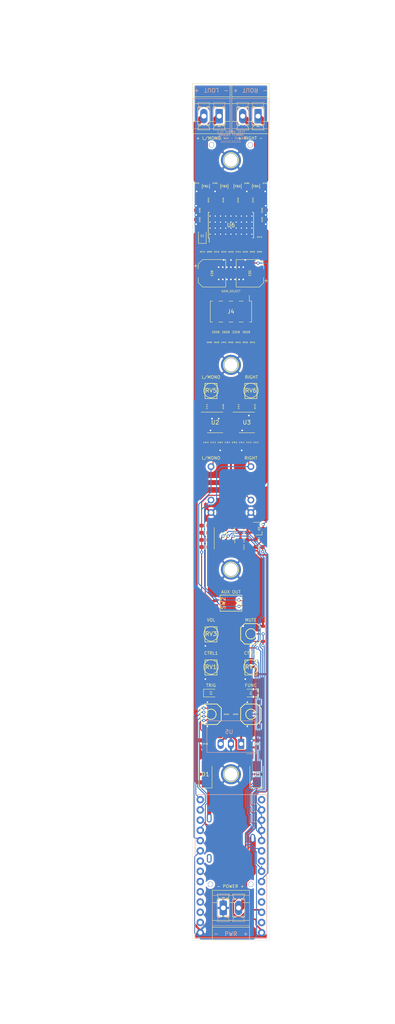
<source format=kicad_pcb>
(kicad_pcb (version 20171130) (host pcbnew "(5.1.2-1)-1")
  (layers (0 F.Cu signal) (31 B.Cu signal) (34 B.Paste user) (35 F.Paste user) (36 B.SilkS user) (37 F.SilkS user) (38 B.Mask user) (39 F.Mask user) (44 Edge.Cuts user))
  (net 0 "")
  (net 1 "Net-(C1-Pad1)")
  (net 2 RIN)
  (net 3 LIN)
  (net 4 "Net-(C2-Pad1)")
  (net 5 GND)
  (net 6 "Net-(C3-Pad1)")
  (net 7 "Net-(C4-Pad1)")
  (net 8 "Net-(C5-Pad1)")
  (net 9 "Net-(C6-Pad2)")
  (net 10 AR)
  (net 11 AL)
  (net 12 "Net-(C7-Pad2)")
  (net 13 "Net-(C9-Pad2)")
  (net 14 LIN+)
  (net 15 LIN-)
  (net 16 RIN+)
  (net 17 "Net-(C11-Pad2)")
  (net 18 RIN-)
  (net 19 VCC)
  (net 20 "Net-(C14-Pad1)")
  (net 21 GVDD)
  (net 22 +5V)
  (net 23 "Net-(C21-Pad1)")
  (net 24 "Net-(C21-Pad2)")
  (net 25 "Net-(C22-Pad2)")
  (net 26 "Net-(C22-Pad1)")
  (net 27 "Net-(C23-Pad1)")
  (net 28 "Net-(C23-Pad2)")
  (net 29 "Net-(C24-Pad1)")
  (net 30 "Net-(C24-Pad2)")
  (net 31 R+)
  (net 32 L+)
  (net 33 R-)
  (net 34 L-)
  (net 35 "Net-(D2-Pad1)")
  (net 36 "Net-(J1-Pad2)")
  (net 37 "Net-(Q5-Pad3)")
  (net 38 "Net-(Q5-Pad1)")
  (net 39 +3V3)
  (net 40 UNMUTE)
  (net 41 "Net-(R25-Pad2)")
  (net 42 CTRL1)
  (net 43 CTRL2)
  (net 44 VOL)
  (net 45 "Net-(RV5-Pad3)")
  (net 46 "Net-(RV5-Pad2)")
  (net 47 "Net-(RV6-Pad2)")
  (net 48 "Net-(RV6-Pad3)")
  (net 49 MUTE_IN)
  (net 50 BT1)
  (net 51 BT2)
  (net 52 BCK)
  (net 53 WS)
  (net 54 DIN)
  (net 55 "Net-(U1-Pad7)")
  (net 56 "Net-(U4-Pad47)")
  (net 57 "Net-(U4-Pad45)")
  (net 58 "Net-(U4-Pad44)")
  (net 59 "Net-(U4-Pad41)")
  (net 60 "Net-(U4-Pad35)")
  (net 61 "Net-(U4-Pad12)")
  (net 62 "Net-(J4-Pad1)")
  (net 63 "Net-(J4-Pad2)")
  (net 64 "Net-(J4-Pad4)")
  (net 65 "Net-(J4-Pad6)")
  (net 66 "Net-(J4-Pad8)")
  (net 67 "Net-(R17-Pad2)")
  (net 68 "Net-(D3-Pad2)")
  (net 69 "Net-(D4-Pad2)")
  (net 70 "Net-(R16-Pad1)")
  (net 71 "Net-(R20-Pad2)")
  (net 72 "Net-(SW1-Pad3)")
  (net 73 "Net-(U4-Pad2)")
  (net 74 "Net-(U4-Pad3)")
  (net 75 "Net-(U4-Pad4)")
  (net 76 "Net-(U4-Pad7)")
  (net 77 "Net-(U4-Pad8)")
  (net 78 "Net-(U4-Pad5)")
  (net 79 "Net-(U4-Pad6)")
  (net 80 "Net-(C16-Pad1)")
  (module MeowWolf_Templates:TEENSY_4.1_MINIMAL_DROP_IN_2 (layer B.Cu) (at 53.975 146.645682 180)
    (fp_text reference U4 hide)
    (fp_text value TEENSY_4.1_MINIMAL hide)
    (pad 48 thru_hole circle (at -7.62 -16.51 180) (size 1.8796 1.8796) (drill 1.016) (layers *.Cu *.Mask) (net 22 +5V))
    (pad 1 thru_hole circle (at 7.62 -16.51 180) (size 1.8796 1.8796) (drill 1.016) (layers *.Cu *.Mask) (net 5 GND))
    (pad 47 thru_hole circle (at -7.62 -13.97 180) (size 1.8796 1.8796) (drill 1.016) (layers *.Cu *.Mask) (net 56 "Net-(U4-Pad47)"))
    (pad 45 thru_hole circle (at -7.62 -8.89 180) (size 1.8796 1.8796) (drill 1.016) (layers *.Cu *.Mask) (net 57 "Net-(U4-Pad45)"))
    (pad 44 thru_hole circle (at -7.62 -6.35 180) (size 1.8796 1.8796) (drill 1.016) (layers *.Cu *.Mask) (net 58 "Net-(U4-Pad44)"))
    (pad 43 thru_hole circle (at -7.62 -3.81 180) (size 1.8796 1.8796) (drill 1.016) (layers *.Cu *.Mask) (net 52 BCK))
    (pad 42 thru_hole circle (at -7.62 -1.27 180) (size 1.8796 1.8796) (drill 1.016) (layers *.Cu *.Mask) (net 53 WS))
    (pad 41 thru_hole circle (at -7.62 1.27 180) (size 1.8796 1.8796) (drill 1.016) (layers *.Cu *.Mask) (net 59 "Net-(U4-Pad41)"))
    (pad 40 thru_hole circle (at -7.62 3.81 180) (size 1.8796 1.8796) (drill 1.016) (layers *.Cu *.Mask) (net 43 CTRL2))
    (pad 39 thru_hole circle (at -7.62 6.35 180) (size 1.8796 1.8796) (drill 1.016) (layers *.Cu *.Mask) (net 42 CTRL1))
    (pad 38 thru_hole circle (at -7.62 8.89 180) (size 1.8796 1.8796) (drill 1.016) (layers *.Cu *.Mask) (net 44 VOL))
    (pad 37 thru_hole circle (at -7.62 11.43 180) (size 1.8796 1.8796) (drill 1.016) (layers *.Cu *.Mask) (net 49 MUTE_IN))
    (pad 36 thru_hole circle (at -7.62 13.97 180) (size 1.8796 1.8796) (drill 1.016) (layers *.Cu *.Mask) (net 40 UNMUTE))
    (pad 35 thru_hole circle (at -7.62 16.51 180) (size 1.8796 1.8796) (drill 1.016) (layers *.Cu *.Mask) (net 60 "Net-(U4-Pad35)"))
    (pad 14 thru_hole circle (at 7.62 16.51 180) (size 1.8796 1.8796) (drill 1.016) (layers *.Cu *.Mask) (net 50 BT1))
    (pad 13 thru_hole circle (at 7.62 13.97 180) (size 1.8796 1.8796) (drill 1.016) (layers *.Cu *.Mask) (net 51 BT2))
    (pad 12 thru_hole circle (at 7.62 11.43 180) (size 1.8796 1.8796) (drill 1.016) (layers *.Cu *.Mask) (net 61 "Net-(U4-Pad12)"))
    (pad 11 thru_hole circle (at 7.62 8.89 180) (size 1.8796 1.8796) (drill 1.016) (layers *.Cu *.Mask) (net 70 "Net-(R16-Pad1)"))
    (pad 10 thru_hole circle (at 7.62 6.35 180) (size 1.8796 1.8796) (drill 1.016) (layers *.Cu *.Mask) (net 71 "Net-(R20-Pad2)"))
    (pad 9 thru_hole circle (at 7.62 3.81 180) (size 1.8796 1.8796) (drill 1.016) (layers *.Cu *.Mask) (net 54 DIN))
    (pad 8 thru_hole circle (at 7.62 1.27 180) (size 1.8796 1.8796) (drill 1.016) (layers *.Cu *.Mask) (net 77 "Net-(U4-Pad8)"))
    (pad 7 thru_hole circle (at 7.62 -1.27 180) (size 1.8796 1.8796) (drill 1.016) (layers *.Cu *.Mask) (net 76 "Net-(U4-Pad7)"))
    (pad 6 thru_hole circle (at 7.62 -3.81 180) (size 1.8796 1.8796) (drill 1.016) (layers *.Cu *.Mask) (net 79 "Net-(U4-Pad6)"))
    (pad 46 thru_hole circle (at -7.62 -11.43 180) (size 1.8796 1.8796) (drill 1.016) (layers *.Cu *.Mask) (net 39 +3V3))
    (pad 5 thru_hole circle (at 7.62 -6.35 180) (size 1.8796 1.8796) (drill 1.016) (layers *.Cu *.Mask) (net 78 "Net-(U4-Pad5)"))
    (pad 4 thru_hole circle (at 7.62 -8.89 180) (size 1.8796 1.8796) (drill 1.016) (layers *.Cu *.Mask) (net 75 "Net-(U4-Pad4)"))
    (pad 3 thru_hole circle (at 7.62 -11.43 180) (size 1.8796 1.8796) (drill 1.016) (layers *.Cu *.Mask) (net 74 "Net-(U4-Pad3)"))
    (pad 2 thru_hole circle (at 7.62 -13.97 180) (size 1.8796 1.8796) (drill 1.016) (layers *.Cu *.Mask) (net 73 "Net-(U4-Pad2)"))
  )
  (module HammerheadAudio:Phoenix_Stacked_BackSilk_Centered_BoardEdge (layer F.Cu) (at 53.975 165.1)
    (fp_text reference J1 hide)
    (fp_text value PWR (at 0 -1.66 unlocked) (layer B.SilkS))
    (fp_text user + (at 3.667 -1.71) (layer B.SilkS))
    (fp_text user - (at -3.667 -1.71) (layer B.SilkS))
    (pad 2 thru_hole oval (at 1.905 -8.11) (size 1.8 3.6) (drill 1.2) (layers *.Cu *.Mask) (net 36 "Net-(J1-Pad2)"))
    (pad 1 thru_hole roundrect (at -1.905 -8.11) (size 1.8 3.6) (drill 1.2) (layers *.Cu *.Mask) (roundrect_rratio 0.139) (net 5 GND))
    (pad 2 thru_hole oval (at 1.905 -8.11) (size 1.8 3.6) (drill 1.2) (layers *.Cu *.Mask) (net 36 "Net-(J1-Pad2)"))
    (pad 1 thru_hole roundrect (at -1.905 -8.11) (size 1.8 3.6) (drill 1.2) (layers *.Cu *.Mask) (roundrect_rratio 0.138889) (net 5 GND))
  )
  (module HammerheadAudio:Phoenix_Stacked_BackSilk_Centered_BoardEdge (layer F.Cu) (at 49.149 -47.625 180)
    (fp_text reference J2 hide)
    (fp_text value LOUT (at 0 -1.66 180 unlocked) (layer B.SilkS))
    (fp_text user + (at 3.667 -1.71) (layer B.SilkS))
    (fp_text user - (at -3.667 -1.71) (layer B.SilkS))
    (pad 2 thru_hole oval (at 1.905 -8.11 180) (size 1.8 3.6) (drill 1.2) (layers *.Cu *.Mask) (net 31 R+))
    (pad 1 thru_hole roundrect (at -1.905 -8.11 180) (size 1.8 3.6) (drill 1.2) (layers *.Cu *.Mask) (roundrect_rratio 0.139) (net 33 R-))
    (pad 2 thru_hole oval (at 1.905 -8.11 180) (size 1.8 3.6) (drill 1.2) (layers *.Cu *.Mask) (net 31 R+))
    (pad 1 thru_hole roundrect (at -1.905 -8.11 180) (size 1.8 3.6) (drill 1.2) (layers *.Cu *.Mask) (roundrect_rratio 0.138889) (net 33 R-))
  )
  (module HammerheadAudio:Phoenix_Stacked_BackSilk_Centered_BoardEdge (layer F.Cu) (at 58.801 -47.625 180)
    (fp_text reference J3 hide)
    (fp_text value ROUT (at 0 -1.66 180 unlocked) (layer B.SilkS))
    (fp_text user + (at 3.667 -1.71) (layer B.SilkS))
    (fp_text user - (at -3.667 -1.71) (layer B.SilkS))
    (pad 2 thru_hole oval (at 1.905 -8.11 180) (size 1.8 3.6) (drill 1.2) (layers *.Cu *.Mask) (net 32 L+))
    (pad 1 thru_hole roundrect (at -1.905 -8.11 180) (size 1.8 3.6) (drill 1.2) (layers *.Cu *.Mask) (roundrect_rratio 0.139) (net 34 L-))
    (pad 2 thru_hole oval (at 1.905 -8.11 180) (size 1.8 3.6) (drill 1.2) (layers *.Cu *.Mask) (net 32 L+))
    (pad 1 thru_hole roundrect (at -1.905 -8.11 180) (size 1.8 3.6) (drill 1.2) (layers *.Cu *.Mask) (roundrect_rratio 0.138889) (net 34 L-))
  )
  (module HammerheadAudio:JLC_ToolingHole (layer F.Cu) (at 58.801 -32.385)
    (fp_text reference REF** hide)
    (fp_text value JLC_ToolingHole)
    (pad "" np_thru_hole circle (at 0 0) (size 1.3 1.3) (drill 1.152) (layers *.Cu *.Mask) (clearance 0.25))
  )
  (module HammerheadAudio:JLC_ToolingHole (layer F.Cu) (at 49.149 -32.385)
    (fp_text reference REF** hide)
    (fp_text value JLC_ToolingHole)
    (pad "" np_thru_hole circle (at 0 0) (size 1.3 1.3) (drill 1.152) (layers *.Cu *.Mask) (clearance 0.25))
  )
  (module HammerheadAudio:JLC_ToolingHole (layer F.Cu) (at 48.895 151.13)
    (fp_text reference REF** hide)
    (fp_text value JLC_ToolingHole)
    (pad "" np_thru_hole circle (at 0 0) (size 1.3 1.3) (drill 1.152) (layers *.Cu *.Mask) (clearance 0.25))
  )
  (module HammerheadAudio:JLC_ToolingHole (layer F.Cu) (at 58.928 151.13)
    (fp_text reference REF** hide)
    (fp_text value JLC_ToolingHole)
    (pad "" np_thru_hole circle (at 0 0) (size 1.3 1.3) (drill 1.152) (layers *.Cu *.Mask) (clearance 0.25))
  )
  (module Capacitor_SMD:CP_Elec_6.3x7.7 (layer F.Cu) (at 49.276 -0.508)
    (fp_text reference C29 (at 0 0 270) (layer F.SilkS) (effects (font (size 0.5 0.5) (thickness 0.1))))
    (fp_text value 100uf)
    (pad 1 smd roundrect (at -2.7 0) (size 3.5 1.6) (layers F.Cu F.Paste F.Mask) (roundrect_rratio 0.15625) (net 19 VCC))
    (pad 2 smd roundrect (at 2.7 0) (size 3.5 1.6) (layers F.Cu F.Paste F.Mask) (roundrect_rratio 0.15625) (net 5 GND))
  )
  (module Capacitor_SMD:CP_Elec_6.3x7.7 (layer F.Cu) (at 58.674 -0.508 180)
    (fp_text reference C32 (at 0 0 270) (layer F.SilkS) (effects (font (size 0.5 0.5) (thickness 0.1))))
    (fp_text value 100uf)
    (pad 2 smd roundrect (at 2.7 0 180) (size 3.5 1.6) (layers F.Cu F.Paste F.Mask) (roundrect_rratio 0.15625) (net 5 GND))
    (pad 1 smd roundrect (at -2.7 0 180) (size 3.5 1.6) (layers F.Cu F.Paste F.Mask) (roundrect_rratio 0.15625) (net 19 VCC))
  )
  (module Diode_SMD:D_SMA (layer F.Cu) (at 47.625 123.825 90)
    (fp_text reference D1 (at 0 0) (layer F.SilkS))
    (fp_text value M7)
    (pad 1 smd rect (at -2 0 90) (size 2.5 1.8) (layers F.Cu F.Paste F.Mask) (net 19 VCC))
    (pad 2 smd rect (at 2 0 90) (size 2.5 1.8) (layers F.Cu F.Paste F.Mask) (net 5 GND))
  )
  (module LED_SMD:LED_0805_2012Metric_Pad1.15x1.40mm_HandSolder (layer F.Cu) (at 46.863 -9.788 90)
    (fp_text reference D2 (at 0 0) (layer F.SilkS) (effects (font (size 0.5 0.5) (thickness 0.075))))
    (fp_text value FAULT)
    (pad 1 smd roundrect (at -1.025 0 90) (size 1.15 1.4) (layers F.Cu F.Paste F.Mask) (roundrect_rratio 0.217391) (net 35 "Net-(D2-Pad1)"))
    (pad 2 smd roundrect (at 1.025 0 90) (size 1.15 1.4) (layers F.Cu F.Paste F.Mask) (roundrect_rratio 0.217391) (net 19 VCC))
  )
  (module Inductor_SMD:L_1206_3216Metric_Pad1.42x1.75mm_HandSolder (layer F.Cu) (at 47.752 -22.098 270)
    (fp_text reference FB1 (at 0 0 180) (layer F.SilkS) (effects (font (size 0.5 0.5) (thickness 0.1))))
    (fp_text value Filter)
    (pad 1 smd roundrect (at -1.4875 0 270) (size 1.425 1.75) (layers F.Cu F.Paste F.Mask) (roundrect_rratio 0.175439) (net 31 R+))
    (pad 2 smd roundrect (at 1.4875 0 270) (size 1.425 1.75) (layers F.Cu F.Paste F.Mask) (roundrect_rratio 0.175439) (net 23 "Net-(C21-Pad1)"))
  )
  (module Inductor_SMD:L_1206_3216Metric_Pad1.42x1.75mm_HandSolder (layer F.Cu) (at 55.626 -22.098 270)
    (fp_text reference FB2 (at 0 0 180) (layer F.SilkS) (effects (font (size 0.5 0.5) (thickness 0.1))))
    (fp_text value Filter)
    (pad 1 smd roundrect (at -1.4875 0 270) (size 1.425 1.75) (layers F.Cu F.Paste F.Mask) (roundrect_rratio 0.175439) (net 32 L+))
    (pad 2 smd roundrect (at 1.4875 0 270) (size 1.425 1.75) (layers F.Cu F.Paste F.Mask) (roundrect_rratio 0.175439) (net 26 "Net-(C22-Pad1)"))
  )
  (module Inductor_SMD:L_1206_3216Metric_Pad1.42x1.75mm_HandSolder (layer F.Cu) (at 52.324 -22.098 270)
    (fp_text reference FB3 (at 0 0 180) (layer F.SilkS) (effects (font (size 0.5 0.5) (thickness 0.1))))
    (fp_text value Filter)
    (pad 2 smd roundrect (at 1.4875 0 270) (size 1.425 1.75) (layers F.Cu F.Paste F.Mask) (roundrect_rratio 0.175439) (net 28 "Net-(C23-Pad2)"))
    (pad 1 smd roundrect (at -1.4875 0 270) (size 1.425 1.75) (layers F.Cu F.Paste F.Mask) (roundrect_rratio 0.175439) (net 33 R-))
  )
  (module Inductor_SMD:L_1206_3216Metric_Pad1.42x1.75mm_HandSolder (layer F.Cu) (at 60.198 -22.098 270)
    (fp_text reference FB4 (at 0 0 180) (layer F.SilkS) (effects (font (size 0.5 0.5) (thickness 0.1))))
    (fp_text value Filter)
    (pad 2 smd roundrect (at 1.4875 0 270) (size 1.425 1.75) (layers F.Cu F.Paste F.Mask) (roundrect_rratio 0.175439) (net 30 "Net-(C24-Pad2)"))
    (pad 1 smd roundrect (at -1.4875 0 270) (size 1.425 1.75) (layers F.Cu F.Paste F.Mask) (roundrect_rratio 0.175439) (net 34 L-))
  )
  (module Connector_PinHeader_2.54mm:PinHeader_2x04_P2.54mm_Vertical_SMD (layer F.Cu) (at 53.975 8.997 270)
    (fp_text reference J4 (at 0 0 180) (layer F.SilkS))
    (fp_text value GAIN_SEL)
    (pad 1 smd rect (at -2.525 -3.81 270) (size 3.15 1) (layers F.Cu F.Paste F.Mask) (net 62 "Net-(J4-Pad1)"))
    (pad 2 smd rect (at 2.525 -3.81 270) (size 3.15 1) (layers F.Cu F.Paste F.Mask) (net 63 "Net-(J4-Pad2)"))
    (pad 3 smd rect (at -2.525 -1.27 270) (size 3.15 1) (layers F.Cu F.Paste F.Mask) (net 62 "Net-(J4-Pad1)"))
    (pad 4 smd rect (at 2.525 -1.27 270) (size 3.15 1) (layers F.Cu F.Paste F.Mask) (net 64 "Net-(J4-Pad4)"))
    (pad 5 smd rect (at -2.525 1.27 270) (size 3.15 1) (layers F.Cu F.Paste F.Mask) (net 62 "Net-(J4-Pad1)"))
    (pad 6 smd rect (at 2.525 1.27 270) (size 3.15 1) (layers F.Cu F.Paste F.Mask) (net 65 "Net-(J4-Pad6)"))
    (pad 7 smd rect (at -2.525 3.81 270) (size 3.15 1) (layers F.Cu F.Paste F.Mask) (net 62 "Net-(J4-Pad1)"))
    (pad 8 smd rect (at 2.525 3.81 270) (size 3.15 1) (layers F.Cu F.Paste F.Mask) (net 66 "Net-(J4-Pad8)"))
  )
  (module Package_TO_SOT_SMD:SOT-23 (layer F.Cu) (at 60.96 62.865)
    (fp_text reference Q5 (at 0 0 90) (layer F.SilkS) (effects (font (size 0.5 0.5) (thickness 0.075))))
    (fp_text value MMBT3904)
    (pad 3 smd rect (at 1 0) (size 0.9 0.8) (layers F.Cu F.Paste F.Mask) (net 37 "Net-(Q5-Pad3)"))
    (pad 2 smd rect (at -1 0.95) (size 0.9 0.8) (layers F.Cu F.Paste F.Mask) (net 5 GND))
    (pad 1 smd rect (at -1 -0.95) (size 0.9 0.8) (layers F.Cu F.Paste F.Mask) (net 38 "Net-(Q5-Pad1)"))
  )
  (module HammerheadAudio:JLC_SPDT_SLIDE_3A_C2887258 (layer F.Cu) (at 53.975 139.7)
    (fp_text reference SW1 hide)
    (fp_text value PWR)
    (pad 2 thru_hole oval (at 5.4 0 90) (size 2.2 1.2) (drill oval 1.6 0.6) (layers *.Cu *.Mask) (net 36 "Net-(J1-Pad2)"))
    (pad 1 thru_hole oval (at -5.4 -5 90) (size 2.2 1.2) (drill oval 1.6 0.6) (layers *.Cu *.Mask) (net 19 VCC))
    (pad 3 thru_hole oval (at -5.4 5 90) (size 2.2 1.2) (drill oval 1.6 0.6) (layers *.Cu *.Mask) (net 72 "Net-(SW1-Pad3)"))
  )
  (module HammerheadAudio:JLC_TactileSw_C318884 (layer F.Cu) (at 58.928 108.94125 90)
    (fp_text reference SW4)
    (fp_text value SW_Push)
    (pad 1 smd rect (at -3 -1.875 90) (size 1 0.75) (layers F.Cu F.Paste F.Mask) (net 5 GND))
    (pad 2 smd rect (at 3 1.875 90) (size 1 0.75) (layers F.Cu F.Paste F.Mask) (net 50 BT1))
    (pad 2 smd rect (at -3 1.875 90) (size 1 0.75) (layers F.Cu F.Paste F.Mask) (net 50 BT1))
    (pad 1 smd rect (at 3 -1.875 90) (size 1 0.75) (layers F.Cu F.Paste F.Mask) (net 5 GND))
  )
  (module HammerheadAudio:JLC_TactileSw_C318884 (layer F.Cu) (at 49.022 108.94125 90)
    (fp_text reference SW5)
    (fp_text value SW_Push)
    (pad 1 smd rect (at 3 -1.875 90) (size 1 0.75) (layers F.Cu F.Paste F.Mask) (net 5 GND))
    (pad 2 smd rect (at -3 1.875 90) (size 1 0.75) (layers F.Cu F.Paste F.Mask) (net 51 BT2))
    (pad 2 smd rect (at 3 1.875 90) (size 1 0.75) (layers F.Cu F.Paste F.Mask) (net 51 BT2))
    (pad 1 smd rect (at -3 -1.875 90) (size 1 0.75) (layers F.Cu F.Paste F.Mask) (net 5 GND))
  )
  (module Package_SO:SOIC-8_3.9x4.9mm_P1.27mm (layer F.Cu) (at 52.3875 64.516 90)
    (fp_text reference U1 (at 0 0 90) (layer F.SilkS))
    (fp_text value PT8211)
    (pad 1 smd roundrect (at -2.475 -1.905 90) (size 1.95 0.6) (layers F.Cu F.Paste F.Mask) (net 52 BCK))
    (pad 2 smd roundrect (at -2.475 -0.635 90) (size 1.95 0.6) (layers F.Cu F.Paste F.Mask) (net 53 WS))
    (pad 3 smd roundrect (at -2.475 0.635 90) (size 1.95 0.6) (layers F.Cu F.Paste F.Mask) (net 54 DIN))
    (pad 4 smd roundrect (at -2.475 1.905 90) (size 1.95 0.6) (layers F.Cu F.Paste F.Mask) (net 5 GND))
    (pad 5 smd roundrect (at 2.475 1.905 90) (size 1.95 0.6) (layers F.Cu F.Paste F.Mask) (net 6 "Net-(C3-Pad1)"))
    (pad 6 smd roundrect (at 2.475 0.635 90) (size 1.95 0.6) (layers F.Cu F.Paste F.Mask) (net 12 "Net-(C7-Pad2)"))
    (pad 7 smd roundrect (at 2.475 -0.635 90) (size 1.95 0.6) (layers F.Cu F.Paste F.Mask) (net 55 "Net-(U1-Pad7)"))
    (pad 8 smd roundrect (at 2.475 -1.905 90) (size 1.95 0.6) (layers F.Cu F.Paste F.Mask) (net 9 "Net-(C6-Pad2)"))
  )
  (module Package_SO:SO-8_3.9x4.9mm_P1.27mm (layer F.Cu) (at 50.038 36.5125)
    (fp_text reference U2 (at 0 0) (layer F.SilkS))
    (fp_text value NE5532)
    (pad 8 smd roundrect (at 2.575 -1.905) (size 1.75 0.6) (layers F.Cu F.Paste F.Mask) (net 19 VCC))
    (pad 7 smd roundrect (at 2.575 -0.635) (size 1.75 0.6) (layers F.Cu F.Paste F.Mask) (net 17 "Net-(C11-Pad2)"))
    (pad 6 smd roundrect (at 2.575 0.635) (size 1.75 0.6) (layers F.Cu F.Paste F.Mask) (net 17 "Net-(C11-Pad2)"))
    (pad 5 smd roundrect (at 2.575 1.905) (size 1.75 0.6) (layers F.Cu F.Paste F.Mask) (net 46 "Net-(RV5-Pad2)"))
    (pad 4 smd roundrect (at -2.575 1.905) (size 1.75 0.6) (layers F.Cu F.Paste F.Mask) (net 5 GND))
    (pad 3 smd roundrect (at -2.575 0.635) (size 1.75 0.6) (layers F.Cu F.Paste F.Mask) (net 4 "Net-(C2-Pad1)"))
    (pad 2 smd roundrect (at -2.575 -0.635) (size 1.75 0.6) (layers F.Cu F.Paste F.Mask) (net 45 "Net-(RV5-Pad3)"))
    (pad 1 smd roundrect (at -2.575 -1.905) (size 1.75 0.6) (layers F.Cu F.Paste F.Mask) (net 45 "Net-(RV5-Pad3)"))
  )
  (module Package_SO:SO-8_3.9x4.9mm_P1.27mm (layer F.Cu) (at 57.912 36.5125)
    (fp_text reference U3 (at 0 0) (layer F.SilkS))
    (fp_text value NE5532)
    (pad 1 smd roundrect (at -2.575 -1.905) (size 1.75 0.6) (layers F.Cu F.Paste F.Mask) (net 48 "Net-(RV6-Pad3)"))
    (pad 2 smd roundrect (at -2.575 -0.635) (size 1.75 0.6) (layers F.Cu F.Paste F.Mask) (net 48 "Net-(RV6-Pad3)"))
    (pad 3 smd roundrect (at -2.575 0.635) (size 1.75 0.6) (layers F.Cu F.Paste F.Mask) (net 1 "Net-(C1-Pad1)"))
    (pad 4 smd roundrect (at -2.575 1.905) (size 1.75 0.6) (layers F.Cu F.Paste F.Mask) (net 5 GND))
    (pad 5 smd roundrect (at 2.575 1.905) (size 1.75 0.6) (layers F.Cu F.Paste F.Mask) (net 47 "Net-(RV6-Pad2)"))
    (pad 6 smd roundrect (at 2.575 0.635) (size 1.75 0.6) (layers F.Cu F.Paste F.Mask) (net 13 "Net-(C9-Pad2)"))
    (pad 7 smd roundrect (at 2.575 -0.635) (size 1.75 0.6) (layers F.Cu F.Paste F.Mask) (net 13 "Net-(C9-Pad2)"))
    (pad 8 smd roundrect (at 2.575 -1.905) (size 1.75 0.6) (layers F.Cu F.Paste F.Mask) (net 19 VCC))
  )
  (module Package_SO:HTSSOP-32-1EP_6.1x11mm_P0.65mm_EP5.2x11mm_Mask4.11x4.36mm_ThermalVias (layer F.Cu) (at 53.975 -12.466 90)
    (fp_text reference U6 (at 0 0 180) (layer F.SilkS))
    (fp_text value TPA3118D2)
    (pad 1 smd rect (at -3.65 -4.875 90) (size 1.2 0.4) (layers F.Cu F.Paste F.Mask) (net 5 GND))
    (pad 2 smd rect (at -3.65 -4.225 90) (size 1.2 0.4) (layers F.Cu F.Paste F.Mask) (net 67 "Net-(R17-Pad2)"))
    (pad 3 smd rect (at -3.65 -3.575 90) (size 1.2 0.4) (layers F.Cu F.Paste F.Mask) (net 67 "Net-(R17-Pad2)"))
    (pad 4 smd rect (at -3.65 -2.925 90) (size 1.2 0.4) (layers F.Cu F.Paste F.Mask) (net 14 LIN+))
    (pad 5 smd rect (at -3.65 -2.275 90) (size 1.2 0.4) (layers F.Cu F.Paste F.Mask) (net 15 LIN-))
    (pad 6 smd rect (at -3.65 -1.625 90) (size 1.2 0.4) (layers F.Cu F.Paste F.Mask) (net 21 GVDD))
    (pad 7 smd rect (at -3.65 -0.975 90) (size 1.2 0.4) (layers F.Cu F.Paste F.Mask) (net 21 GVDD))
    (pad 8 smd rect (at -3.65 -0.325 90) (size 1.2 0.4) (layers F.Cu F.Paste F.Mask) (net 62 "Net-(J4-Pad1)"))
    (pad 9 smd rect (at -3.65 0.325 90) (size 1.2 0.4) (layers F.Cu F.Paste F.Mask) (net 5 GND))
    (pad 10 smd rect (at -3.65 0.975 90) (size 1.2 0.4) (layers F.Cu F.Paste F.Mask) (net 16 RIN+))
    (pad 11 smd rect (at -3.65 1.625 90) (size 1.2 0.4) (layers F.Cu F.Paste F.Mask) (net 18 RIN-))
    (pad 12 smd rect (at -3.65 2.275 90) (size 1.2 0.4) (layers F.Cu F.Paste F.Mask) (net 37 "Net-(Q5-Pad3)"))
    (pad 13 smd rect (at -3.65 2.925 90) (size 1.2 0.4) (layers F.Cu F.Paste F.Mask) (net 5 GND))
    (pad 14 smd rect (at -3.65 3.575 90) (size 1.2 0.4) (layers F.Cu F.Paste F.Mask) (net 5 GND))
    (pad 15 smd rect (at -3.65 4.225 90) (size 1.2 0.4) (layers F.Cu F.Paste F.Mask) (net 5 GND))
    (pad 16 smd rect (at -3.65 4.875 90) (size 1.2 0.4) (layers F.Cu F.Paste F.Mask) (net 41 "Net-(R25-Pad2)"))
    (pad 17 smd rect (at 3.65 4.875 90) (size 1.2 0.4) (layers F.Cu F.Paste F.Mask) (net 19 VCC))
    (pad 18 smd rect (at 3.65 4.225 90) (size 1.2 0.4) (layers F.Cu F.Paste F.Mask) (net 19 VCC))
    (pad 19 smd rect (at 3.65 3.575 90) (size 1.2 0.4) (layers F.Cu F.Paste F.Mask) (net 19 VCC))
    (pad 20 smd rect (at 3.65 2.925 90) (size 1.2 0.4) (layers F.Cu F.Paste F.Mask) (net 29 "Net-(C24-Pad1)"))
    (pad 21 smd rect (at 3.65 2.275 90) (size 1.2 0.4) (layers F.Cu F.Paste F.Mask) (net 30 "Net-(C24-Pad2)"))
    (pad 22 smd rect (at 3.65 1.625 90) (size 1.2 0.4) (layers F.Cu F.Paste F.Mask) (net 5 GND))
    (pad 23 smd rect (at 3.65 0.975 90) (size 1.2 0.4) (layers F.Cu F.Paste F.Mask) (net 26 "Net-(C22-Pad1)"))
    (pad 24 smd rect (at 3.65 0.325 90) (size 1.2 0.4) (layers F.Cu F.Paste F.Mask) (net 25 "Net-(C22-Pad2)"))
    (pad 25 smd rect (at 3.65 -0.325 90) (size 1.2 0.4) (layers F.Cu F.Paste F.Mask) (net 5 GND))
    (pad 26 smd rect (at 3.65 -0.975 90) (size 1.2 0.4) (layers F.Cu F.Paste F.Mask) (net 27 "Net-(C23-Pad1)"))
    (pad 27 smd rect (at 3.65 -1.625 90) (size 1.2 0.4) (layers F.Cu F.Paste F.Mask) (net 28 "Net-(C23-Pad2)"))
    (pad 28 smd rect (at 3.65 -2.275 90) (size 1.2 0.4) (layers F.Cu F.Paste F.Mask) (net 5 GND))
    (pad 29 smd rect (at 3.65 -2.925 90) (size 1.2 0.4) (layers F.Cu F.Paste F.Mask) (net 23 "Net-(C21-Pad1)"))
    (pad 30 smd rect (at 3.65 -3.575 90) (size 1.2 0.4) (layers F.Cu F.Paste F.Mask) (net 24 "Net-(C21-Pad2)"))
    (pad 31 smd rect (at 3.65 -4.225 90) (size 1.2 0.4) (layers F.Cu F.Paste F.Mask) (net 19 VCC))
    (pad 32 smd rect (at 3.65 -4.875 90) (size 1.2 0.4) (layers F.Cu F.Paste F.Mask) (net 19 VCC))
    (pad 33 smd rect (at 0 0 90) (size 5.2 11) (layers F.Cu) (net 5 GND))
    (pad 33 thru_hole circle (at -2.25 -5.2 90) (size 0.6 0.6) (drill 0.3) (layers *.Cu) (net 5 GND))
    (pad 33 thru_hole circle (at -0.75 -5.2 90) (size 0.6 0.6) (drill 0.3) (layers *.Cu) (net 5 GND))
    (pad 33 thru_hole circle (at 0.75 -5.2 90) (size 0.6 0.6) (drill 0.3) (layers *.Cu) (net 5 GND))
    (pad 33 thru_hole circle (at 2.25 -5.2 90) (size 0.6 0.6) (drill 0.3) (layers *.Cu) (net 5 GND))
    (pad 33 thru_hole circle (at -2.25 -3.9 90) (size 0.6 0.6) (drill 0.3) (layers *.Cu) (net 5 GND))
    (pad 33 thru_hole circle (at -0.75 -3.9 90) (size 0.6 0.6) (drill 0.3) (layers *.Cu) (net 5 GND))
    (pad 33 thru_hole circle (at 0.75 -3.9 90) (size 0.6 0.6) (drill 0.3) (layers *.Cu) (net 5 GND))
    (pad 33 thru_hole circle (at 2.25 -3.9 90) (size 0.6 0.6) (drill 0.3) (layers *.Cu) (net 5 GND))
    (pad 33 thru_hole circle (at 2.25 -2.6 90) (size 0.6 0.6) (drill 0.3) (layers *.Cu) (net 5 GND))
    (pad 33 thru_hole circle (at -2.25 -1.3 90) (size 0.6 0.6) (drill 0.3) (layers *.Cu) (net 5 GND))
    (pad 33 thru_hole circle (at 2.25 -1.3 90) (size 0.6 0.6) (drill 0.3) (layers *.Cu) (net 5 GND))
    (pad 33 thru_hole circle (at -0.75 -1.3 90) (size 0.6 0.6) (drill 0.3) (layers *.Cu) (net 5 GND))
    (pad 33 thru_hole circle (at -2.25 -2.6 90) (size 0.6 0.6) (drill 0.3) (layers *.Cu) (net 5 GND))
    (pad 33 thru_hole circle (at -0.75 -2.6 90) (size 0.6 0.6) (drill 0.3) (layers *.Cu) (net 5 GND))
    (pad 33 thru_hole circle (at 0.75 -2.6 90) (size 0.6 0.6) (drill 0.3) (layers *.Cu) (net 5 GND))
    (pad 33 thru_hole circle (at 0.75 -1.3 90) (size 0.6 0.6) (drill 0.3) (layers *.Cu) (net 5 GND))
    (pad 33 thru_hole circle (at 2.25 0 90) (size 0.6 0.6) (drill 0.3) (layers *.Cu) (net 5 GND))
    (pad 33 thru_hole circle (at -2.25 1.3 90) (size 0.6 0.6) (drill 0.3) (layers *.Cu) (net 5 GND))
    (pad 33 thru_hole circle (at 2.25 1.3 90) (size 0.6 0.6) (drill 0.3) (layers *.Cu) (net 5 GND))
    (pad 33 thru_hole circle (at -0.75 1.3 90) (size 0.6 0.6) (drill 0.3) (layers *.Cu) (net 5 GND))
    (pad 33 thru_hole circle (at -2.25 0 90) (size 0.6 0.6) (drill 0.3) (layers *.Cu) (net 5 GND))
    (pad 33 thru_hole circle (at -0.75 0 90) (size 0.6 0.6) (drill 0.3) (layers *.Cu) (net 5 GND))
    (pad 33 thru_hole circle (at 0.75 0 90) (size 0.6 0.6) (drill 0.3) (layers *.Cu) (net 5 GND))
    (pad 33 thru_hole circle (at 0.75 1.3 90) (size 0.6 0.6) (drill 0.3) (layers *.Cu) (net 5 GND))
    (pad 33 thru_hole circle (at 2.25 2.6 90) (size 0.6 0.6) (drill 0.3) (layers *.Cu) (net 5 GND))
    (pad 33 thru_hole circle (at -2.25 3.9 90) (size 0.6 0.6) (drill 0.3) (layers *.Cu) (net 5 GND))
    (pad 33 thru_hole circle (at 2.25 3.9 90) (size 0.6 0.6) (drill 0.3) (layers *.Cu) (net 5 GND))
    (pad 33 thru_hole circle (at -0.75 3.9 90) (size 0.6 0.6) (drill 0.3) (layers *.Cu) (net 5 GND))
    (pad 33 thru_hole circle (at -2.25 2.6 90) (size 0.6 0.6) (drill 0.3) (layers *.Cu) (net 5 GND))
    (pad 33 thru_hole circle (at -0.75 2.6 90) (size 0.6 0.6) (drill 0.3) (layers *.Cu) (net 5 GND))
    (pad 33 thru_hole circle (at 0.75 2.6 90) (size 0.6 0.6) (drill 0.3) (layers *.Cu) (net 5 GND))
    (pad 33 thru_hole circle (at 0.75 3.9 90) (size 0.6 0.6) (drill 0.3) (layers *.Cu) (net 5 GND))
    (pad 33 thru_hole circle (at -0.75 5.2 90) (size 0.6 0.6) (drill 0.3) (layers *.Cu) (net 5 GND))
    (pad 33 thru_hole circle (at -2.25 5.2 90) (size 0.6 0.6) (drill 0.3) (layers *.Cu) (net 5 GND))
    (pad 33 thru_hole circle (at 2.25 5.2 90) (size 0.6 0.6) (drill 0.3) (layers *.Cu) (net 5 GND))
    (pad 33 thru_hole circle (at 0.75 5.2 90) (size 0.6 0.6) (drill 0.3) (layers *.Cu) (net 5 GND))
    (pad 33 smd rect (at 0 0 90) (size 5.2 11) (layers B.Cu) (net 5 GND))
  )
  (module Capacitor_SMD:C_0603_1608Metric_Pad1.05x0.95mm_HandSolder_HiddenRef (layer F.Cu) (at 58.42 41.4655 270)
    (fp_text reference C1 (at 0 0) (layer F.SilkS) (effects (font (size 0.25 0.25) (thickness 0.0625))))
    (fp_text value 10uf)
    (pad 2 smd roundrect (at 0.875 0 270) (size 1.05 0.95) (layers F.Cu F.Paste F.Mask) (net 2 RIN))
    (pad 1 smd roundrect (at -0.875 0 270) (size 1.05 0.95) (layers F.Cu F.Paste F.Mask) (net 1 "Net-(C1-Pad1)"))
  )
  (module Capacitor_SMD:C_0603_1608Metric_Pad1.05x0.95mm_HandSolder_HiddenRef (layer F.Cu) (at 49.53 41.4655 270)
    (fp_text reference C2 (at 0 0) (layer F.SilkS) (effects (font (size 0.25 0.25) (thickness 0.0625))))
    (fp_text value 10uf)
    (pad 2 smd roundrect (at 0.875 0 270) (size 1.05 0.95) (layers F.Cu F.Paste F.Mask) (net 3 LIN))
    (pad 1 smd roundrect (at -0.875 0 270) (size 1.05 0.95) (layers F.Cu F.Paste F.Mask) (net 4 "Net-(C2-Pad1)"))
  )
  (module Capacitor_SMD:C_0603_1608Metric_Pad1.05x0.95mm_HandSolder_HiddenRef (layer F.Cu) (at 57.2135 65.659)
    (fp_text reference C3 (at 0 0 90) (layer F.SilkS) (effects (font (size 0.25 0.25) (thickness 0.0625))))
    (fp_text value 0.1uf)
    (pad 2 smd roundrect (at 0.875 0) (size 1.05 0.95) (layers F.Cu F.Paste F.Mask) (net 5 GND))
    (pad 1 smd roundrect (at -0.875 0) (size 1.05 0.95) (layers F.Cu F.Paste F.Mask) (net 6 "Net-(C3-Pad1)"))
  )
  (module Capacitor_SMD:C_0603_1608Metric_Pad1.05x0.95mm_HandSolder_HiddenRef (layer F.Cu) (at 48.006 32.5755)
    (fp_text reference C4 (at 0 0 90) (layer F.SilkS) (effects (font (size 0.25 0.25) (thickness 0.0625))))
    (fp_text value 10uf)
    (pad 1 smd roundrect (at -0.875 0) (size 1.05 0.95) (layers F.Cu F.Paste F.Mask) (net 7 "Net-(C4-Pad1)"))
    (pad 2 smd roundrect (at 0.875 0) (size 1.05 0.95) (layers F.Cu F.Paste F.Mask) (net 5 GND))
  )
  (module Capacitor_SMD:C_0603_1608Metric_Pad1.05x0.95mm_HandSolder_HiddenRef (layer F.Cu) (at 55.88 32.5755)
    (fp_text reference C5 (at 0 0 90) (layer F.SilkS) (effects (font (size 0.25 0.25) (thickness 0.0625))))
    (fp_text value 10uf)
    (pad 2 smd roundrect (at 0.875 0) (size 1.05 0.95) (layers F.Cu F.Paste F.Mask) (net 5 GND))
    (pad 1 smd roundrect (at -0.875 0) (size 1.05 0.95) (layers F.Cu F.Paste F.Mask) (net 8 "Net-(C5-Pad1)"))
  )
  (module Capacitor_SMD:C_0603_1608Metric_Pad1.05x0.95mm_HandSolder_HiddenRef (layer F.Cu) (at 47.5615 63.881)
    (fp_text reference C6 (at 0 0 90) (layer F.SilkS) (effects (font (size 0.25 0.25) (thickness 0.0625))))
    (fp_text value 10uf)
    (pad 2 smd roundrect (at 0.875 0) (size 1.05 0.95) (layers F.Cu F.Paste F.Mask) (net 9 "Net-(C6-Pad2)"))
    (pad 1 smd roundrect (at -0.875 0) (size 1.05 0.95) (layers F.Cu F.Paste F.Mask) (net 10 AR))
  )
  (module Capacitor_SMD:C_0603_1608Metric_Pad1.05x0.95mm_HandSolder_HiddenRef (layer F.Cu) (at 47.5615 65.659)
    (fp_text reference C7 (at 0 0 90) (layer F.SilkS) (effects (font (size 0.25 0.25) (thickness 0.0625))))
    (fp_text value 10uf)
    (pad 1 smd roundrect (at -0.875 0) (size 1.05 0.95) (layers F.Cu F.Paste F.Mask) (net 11 AL))
    (pad 2 smd roundrect (at 0.875 0) (size 1.05 0.95) (layers F.Cu F.Paste F.Mask) (net 12 "Net-(C7-Pad2)"))
  )
  (module Capacitor_SMD:C_0603_1608Metric_Pad1.05x0.95mm_HandSolder_HiddenRef (layer F.Cu) (at 57.2135 63.881)
    (fp_text reference C8 (at 0 0 90) (layer F.SilkS) (effects (font (size 0.25 0.25) (thickness 0.0625))))
    (fp_text value 10uf)
    (pad 1 smd roundrect (at -0.875 0) (size 1.05 0.95) (layers F.Cu F.Paste F.Mask) (net 6 "Net-(C3-Pad1)"))
    (pad 2 smd roundrect (at 0.875 0) (size 1.05 0.95) (layers F.Cu F.Paste F.Mask) (net 5 GND))
  )
  (module Capacitor_SMD:C_0603_1608Metric_Pad1.05x0.95mm_HandSolder_HiddenRef (layer F.Cu) (at 55.753 -5.842 270)
    (fp_text reference C9 (at 0 0) (layer F.SilkS) (effects (font (size 0.25 0.25) (thickness 0.0625))))
    (fp_text value 10uf)
    (pad 1 smd roundrect (at -0.875 0 270) (size 1.05 0.95) (layers F.Cu F.Paste F.Mask) (net 16 RIN+))
    (pad 2 smd roundrect (at 0.875 0 270) (size 1.05 0.95) (layers F.Cu F.Paste F.Mask) (net 13 "Net-(C9-Pad2)"))
  )
  (module Capacitor_SMD:C_0603_1608Metric_Pad1.05x0.95mm_HandSolder_HiddenRef (layer F.Cu) (at 57.531 -5.842 270)
    (fp_text reference C10 (at 0 0) (layer F.SilkS) (effects (font (size 0.25 0.25) (thickness 0.0625))))
    (fp_text value 10uf)
    (pad 2 smd roundrect (at 0.875 0 270) (size 1.05 0.95) (layers F.Cu F.Paste F.Mask) (net 5 GND))
    (pad 1 smd roundrect (at -0.875 0 270) (size 1.05 0.95) (layers F.Cu F.Paste F.Mask) (net 18 RIN-))
  )
  (module Capacitor_SMD:C_0603_1608Metric_Pad1.05x0.95mm_HandSolder_HiddenRef (layer F.Cu) (at 50.419 -5.842 270)
    (fp_text reference C11 (at 0 0) (layer F.SilkS) (effects (font (size 0.25 0.25) (thickness 0.0625))))
    (fp_text value 10uf)
    (pad 1 smd roundrect (at -0.875 0 270) (size 1.05 0.95) (layers F.Cu F.Paste F.Mask) (net 14 LIN+))
    (pad 2 smd roundrect (at 0.875 0 270) (size 1.05 0.95) (layers F.Cu F.Paste F.Mask) (net 17 "Net-(C11-Pad2)"))
  )
  (module Capacitor_SMD:C_0603_1608Metric_Pad1.05x0.95mm_HandSolder_HiddenRef (layer F.Cu) (at 52.197 -5.842 270)
    (fp_text reference C12 (at 0 0) (layer F.SilkS) (effects (font (size 0.25 0.25) (thickness 0.0625))))
    (fp_text value 10uf)
    (pad 2 smd roundrect (at 0.875 0 270) (size 1.05 0.95) (layers F.Cu F.Paste F.Mask) (net 5 GND))
    (pad 1 smd roundrect (at -0.875 0 270) (size 1.05 0.95) (layers F.Cu F.Paste F.Mask) (net 15 LIN-))
  )
  (module Capacitor_SMD:C_0603_1608Metric_Pad1.05x0.95mm_HandSolder_HiddenRef (layer F.Cu) (at 47.625 116.284373 270)
    (fp_text reference C13 (at 0 0) (layer F.SilkS) (effects (font (size 0.25 0.25) (thickness 0.0625))))
    (fp_text value 10uf)
    (pad 1 smd roundrect (at -0.875 0 270) (size 1.05 0.95) (layers F.Cu F.Paste F.Mask) (net 19 VCC))
    (pad 2 smd roundrect (at 0.875 0 270) (size 1.05 0.95) (layers F.Cu F.Paste F.Mask) (net 5 GND))
  )
  (module Capacitor_SMD:C_0603_1608Metric_Pad1.05x0.95mm_HandSolder_HiddenRef (layer F.Cu) (at 61.087 -9.511 90)
    (fp_text reference C14 (at 0 0) (layer F.SilkS) (effects (font (size 0.25 0.25) (thickness 0.0625))))
    (fp_text value 47pf)
    (pad 2 smd roundrect (at 0.875 0 90) (size 1.05 0.95) (layers F.Cu F.Paste F.Mask) (net 5 GND))
    (pad 1 smd roundrect (at -0.875 0 90) (size 1.05 0.95) (layers F.Cu F.Paste F.Mask) (net 20 "Net-(C14-Pad1)"))
  )
  (module Capacitor_SMD:C_0603_1608Metric_Pad1.05x0.95mm_HandSolder_HiddenRef (layer F.Cu) (at 53.975 -5.842 270)
    (fp_text reference C15 (at 0 0) (layer F.SilkS) (effects (font (size 0.25 0.25) (thickness 0.0625))))
    (fp_text value 1uf)
    (pad 1 smd roundrect (at -0.875 0 270) (size 1.05 0.95) (layers F.Cu F.Paste F.Mask) (net 21 GVDD))
    (pad 2 smd roundrect (at 0.875 0 270) (size 1.05 0.95) (layers F.Cu F.Paste F.Mask) (net 5 GND))
  )
  (module Capacitor_SMD:C_0603_1608Metric_Pad1.05x0.95mm_HandSolder_HiddenRef (layer F.Cu) (at 60.325 116.284373 90)
    (fp_text reference C16 (at 0 0) (layer F.SilkS) (effects (font (size 0.25 0.25) (thickness 0.0625))))
    (fp_text value 10uf)
    (pad 2 smd roundrect (at 0.875 0 90) (size 1.05 0.95) (layers F.Cu F.Paste F.Mask) (net 5 GND))
    (pad 1 smd roundrect (at -0.875 0 90) (size 1.05 0.95) (layers F.Cu F.Paste F.Mask) (net 80 "Net-(C16-Pad1)"))
  )
  (module Capacitor_SMD:C_0603_1608Metric_Pad1.05x0.95mm_HandSolder_HiddenRef (layer F.Cu) (at 59.944 32.5755 180)
    (fp_text reference C17 (at 0 0 90) (layer F.SilkS) (effects (font (size 0.25 0.25) (thickness 0.0625))))
    (fp_text value 100nf)
    (pad 1 smd roundrect (at -0.875 0 180) (size 1.05 0.95) (layers F.Cu F.Paste F.Mask) (net 19 VCC))
    (pad 2 smd roundrect (at 0.875 0 180) (size 1.05 0.95) (layers F.Cu F.Paste F.Mask) (net 5 GND))
  )
  (module Capacitor_SMD:C_0603_1608Metric_Pad1.05x0.95mm_HandSolder_HiddenRef (layer F.Cu) (at 61.722 -13.843)
    (fp_text reference C18 (at 0 0 90) (layer F.SilkS) (effects (font (size 0.25 0.25) (thickness 0.0625))))
    (fp_text value 100nf)
    (pad 1 smd roundrect (at -0.875 0) (size 1.05 0.95) (layers F.Cu F.Paste F.Mask) (net 19 VCC))
    (pad 2 smd roundrect (at 0.875 0) (size 1.05 0.95) (layers F.Cu F.Paste F.Mask) (net 5 GND))
  )
  (module Capacitor_SMD:C_0603_1608Metric_Pad1.05x0.95mm_HandSolder_HiddenRef (layer F.Cu) (at 52.07 32.5755 180)
    (fp_text reference C19 (at 0 0 90) (layer F.SilkS) (effects (font (size 0.25 0.25) (thickness 0.0625))))
    (fp_text value 100nf)
    (pad 2 smd roundrect (at 0.875 0 180) (size 1.05 0.95) (layers F.Cu F.Paste F.Mask) (net 5 GND))
    (pad 1 smd roundrect (at -0.875 0 180) (size 1.05 0.95) (layers F.Cu F.Paste F.Mask) (net 19 VCC))
  )
  (module Capacitor_SMD:C_0603_1608Metric_Pad1.05x0.95mm_HandSolder_HiddenRef (layer F.Cu) (at 46.228 -16.149 180)
    (fp_text reference C20 (at 0 0 90) (layer F.SilkS) (effects (font (size 0.25 0.25) (thickness 0.0625))))
    (fp_text value 100nf)
    (pad 1 smd roundrect (at -0.875 0 180) (size 1.05 0.95) (layers F.Cu F.Paste F.Mask) (net 19 VCC))
    (pad 2 smd roundrect (at 0.875 0 180) (size 1.05 0.95) (layers F.Cu F.Paste F.Mask) (net 5 GND))
  )
  (module Capacitor_SMD:C_0603_1608Metric_Pad1.05x0.95mm_HandSolder_HiddenRef (layer F.Cu) (at 48.387 -18.669 180)
    (fp_text reference C21 (at 0 0 90) (layer F.SilkS) (effects (font (size 0.25 0.25) (thickness 0.0625))))
    (fp_text value 220nf)
    (pad 2 smd roundrect (at 0.875 0 180) (size 1.05 0.95) (layers F.Cu F.Paste F.Mask) (net 24 "Net-(C21-Pad2)"))
    (pad 1 smd roundrect (at -0.875 0 180) (size 1.05 0.95) (layers F.Cu F.Paste F.Mask) (net 23 "Net-(C21-Pad1)"))
  )
  (module Capacitor_SMD:C_0603_1608Metric_Pad1.05x0.95mm_HandSolder_HiddenRef (layer F.Cu) (at 55.753 -18.669 180)
    (fp_text reference C22 (at 0 0 90) (layer F.SilkS) (effects (font (size 0.25 0.25) (thickness 0.0625))))
    (fp_text value 220nf)
    (pad 2 smd roundrect (at 0.875 0 180) (size 1.05 0.95) (layers F.Cu F.Paste F.Mask) (net 25 "Net-(C22-Pad2)"))
    (pad 1 smd roundrect (at -0.875 0 180) (size 1.05 0.95) (layers F.Cu F.Paste F.Mask) (net 26 "Net-(C22-Pad1)"))
  )
  (module Capacitor_SMD:C_0603_1608Metric_Pad1.05x0.95mm_HandSolder_HiddenRef (layer F.Cu) (at 52.07 -18.669 180)
    (fp_text reference C23 (at 0 0 90) (layer F.SilkS) (effects (font (size 0.25 0.25) (thickness 0.0625))))
    (fp_text value 220nf)
    (pad 1 smd roundrect (at -0.875 0 180) (size 1.05 0.95) (layers F.Cu F.Paste F.Mask) (net 27 "Net-(C23-Pad1)"))
    (pad 2 smd roundrect (at 0.875 0 180) (size 1.05 0.95) (layers F.Cu F.Paste F.Mask) (net 28 "Net-(C23-Pad2)"))
  )
  (module Capacitor_SMD:C_0603_1608Metric_Pad1.05x0.95mm_HandSolder_HiddenRef (layer F.Cu) (at 59.436 -18.669 180)
    (fp_text reference C24 (at 0 0 90) (layer F.SilkS) (effects (font (size 0.25 0.25) (thickness 0.0625))))
    (fp_text value 220nf)
    (pad 1 smd roundrect (at -0.875 0 180) (size 1.05 0.95) (layers F.Cu F.Paste F.Mask) (net 29 "Net-(C24-Pad1)"))
    (pad 2 smd roundrect (at 0.875 0 180) (size 1.05 0.95) (layers F.Cu F.Paste F.Mask) (net 30 "Net-(C24-Pad2)"))
  )
  (module Capacitor_SMD:C_0603_1608Metric_Pad1.05x0.95mm_HandSolder_HiddenRef (layer F.Cu) (at 61.722 -16.149)
    (fp_text reference C25 (at 0 0 90) (layer F.SilkS) (effects (font (size 0.25 0.25) (thickness 0.0625))))
    (fp_text value 1nf)
    (pad 2 smd roundrect (at 0.875 0) (size 1.05 0.95) (layers F.Cu F.Paste F.Mask) (net 5 GND))
    (pad 1 smd roundrect (at -0.875 0) (size 1.05 0.95) (layers F.Cu F.Paste F.Mask) (net 19 VCC))
  )
  (module Capacitor_SMD:C_0603_1608Metric_Pad1.05x0.95mm_HandSolder_HiddenRef (layer F.Cu) (at 46.228 -13.843 180)
    (fp_text reference C26 (at 0 0 90) (layer F.SilkS) (effects (font (size 0.25 0.25) (thickness 0.0625))))
    (fp_text value 1nf)
    (pad 2 smd roundrect (at 0.875 0 180) (size 1.05 0.95) (layers F.Cu F.Paste F.Mask) (net 5 GND))
    (pad 1 smd roundrect (at -0.875 0 180) (size 1.05 0.95) (layers F.Cu F.Paste F.Mask) (net 19 VCC))
  )
  (module Capacitor_SMD:C_0603_1608Metric_Pad1.05x0.95mm_HandSolder_HiddenRef (layer F.Cu) (at 45.466 -22.86 270)
    (fp_text reference C27 (at 0 0) (layer F.SilkS) (effects (font (size 0.25 0.25) (thickness 0.0625))))
    (fp_text value 1nf)
    (pad 1 smd roundrect (at -0.875 0 270) (size 1.05 0.95) (layers F.Cu F.Paste F.Mask) (net 31 R+))
    (pad 2 smd roundrect (at 0.875 0 270) (size 1.05 0.95) (layers F.Cu F.Paste F.Mask) (net 5 GND))
  )
  (module Capacitor_SMD:C_0603_1608Metric_Pad1.05x0.95mm_HandSolder_HiddenRef (layer F.Cu) (at 57.912 -22.86 270)
    (fp_text reference C28 (at 0 0) (layer F.SilkS) (effects (font (size 0.25 0.25) (thickness 0.0625))))
    (fp_text value 1nf)
    (pad 1 smd roundrect (at -0.875 0 270) (size 1.05 0.95) (layers F.Cu F.Paste F.Mask) (net 32 L+))
    (pad 2 smd roundrect (at 0.875 0 270) (size 1.05 0.95) (layers F.Cu F.Paste F.Mask) (net 5 GND))
  )
  (module Capacitor_SMD:C_0603_1608Metric_Pad1.05x0.95mm_HandSolder_HiddenRef (layer F.Cu) (at 50.038 -22.874 270)
    (fp_text reference C30 (at 0 0) (layer F.SilkS) (effects (font (size 0.25 0.25) (thickness 0.0625))))
    (fp_text value 1nf)
    (pad 2 smd roundrect (at 0.875 0 270) (size 1.05 0.95) (layers F.Cu F.Paste F.Mask) (net 5 GND))
    (pad 1 smd roundrect (at -0.875 0 270) (size 1.05 0.95) (layers F.Cu F.Paste F.Mask) (net 33 R-))
  )
  (module Capacitor_SMD:C_0603_1608Metric_Pad1.05x0.95mm_HandSolder_HiddenRef (layer F.Cu) (at 62.484 -22.86 270)
    (fp_text reference C31 (at 0 0) (layer F.SilkS) (effects (font (size 0.25 0.25) (thickness 0.0625))))
    (fp_text value 1nf)
    (pad 1 smd roundrect (at -0.875 0 270) (size 1.05 0.95) (layers F.Cu F.Paste F.Mask) (net 34 L-))
    (pad 2 smd roundrect (at 0.875 0 270) (size 1.05 0.95) (layers F.Cu F.Paste F.Mask) (net 5 GND))
  )
  (module Resistor_SMD:R_0603_1608Metric_Pad1.05x0.95mm_HandSolder_HiddenRef (layer F.Cu) (at 60.198 41.4655 90)
    (fp_text reference R1 (at 0 0) (layer F.SilkS) (effects (font (size 0.25 0.25) (thickness 0.0625))))
    (fp_text value 1M)
    (pad 1 smd roundrect (at -0.875 0 90) (size 1.05 0.95) (layers F.Cu F.Paste F.Mask) (net 2 RIN))
    (pad 2 smd roundrect (at 0.875 0 90) (size 1.05 0.95) (layers F.Cu F.Paste F.Mask) (net 5 GND))
  )
  (module Resistor_SMD:R_0603_1608Metric_Pad1.05x0.95mm_HandSolder_HiddenRef (layer F.Cu) (at 47.752 41.4655 90)
    (fp_text reference R2 (at 0 0) (layer F.SilkS) (effects (font (size 0.25 0.25) (thickness 0.0625))))
    (fp_text value 1M)
    (pad 2 smd roundrect (at 0.875 0 90) (size 1.05 0.95) (layers F.Cu F.Paste F.Mask) (net 5 GND))
    (pad 1 smd roundrect (at -0.875 0 90) (size 1.05 0.95) (layers F.Cu F.Paste F.Mask) (net 3 LIN))
  )
  (module Resistor_SMD:R_0603_1608Metric_Pad1.05x0.95mm_HandSolder_HiddenRef (layer F.Cu) (at 54.864 41.4655 90)
    (fp_text reference R3 (at 0 0) (layer F.SilkS) (effects (font (size 0.25 0.25) (thickness 0.0625))))
    (fp_text value 1M)
    (pad 2 smd roundrect (at 0.875 0 90) (size 1.05 0.95) (layers F.Cu F.Paste F.Mask) (net 1 "Net-(C1-Pad1)"))
    (pad 1 smd roundrect (at -0.875 0 90) (size 1.05 0.95) (layers F.Cu F.Paste F.Mask) (net 19 VCC))
  )
  (module Resistor_SMD:R_0603_1608Metric_Pad1.05x0.95mm_HandSolder_HiddenRef (layer F.Cu) (at 56.642 41.4655 270)
    (fp_text reference R4 (at 0 0) (layer F.SilkS) (effects (font (size 0.25 0.25) (thickness 0.0625))))
    (fp_text value 1M)
    (pad 1 smd roundrect (at -0.875 0 270) (size 1.05 0.95) (layers F.Cu F.Paste F.Mask) (net 1 "Net-(C1-Pad1)"))
    (pad 2 smd roundrect (at 0.875 0 270) (size 1.05 0.95) (layers F.Cu F.Paste F.Mask) (net 5 GND))
  )
  (module Resistor_SMD:R_0603_1608Metric_Pad1.05x0.95mm_HandSolder_HiddenRef (layer F.Cu) (at 53.086 41.4655 90)
    (fp_text reference R5 (at 0 0) (layer F.SilkS) (effects (font (size 0.25 0.25) (thickness 0.0625))))
    (fp_text value 1M)
    (pad 1 smd roundrect (at -0.875 0 90) (size 1.05 0.95) (layers F.Cu F.Paste F.Mask) (net 19 VCC))
    (pad 2 smd roundrect (at 0.875 0 90) (size 1.05 0.95) (layers F.Cu F.Paste F.Mask) (net 4 "Net-(C2-Pad1)"))
  )
  (module Resistor_SMD:R_0603_1608Metric_Pad1.05x0.95mm_HandSolder_HiddenRef (layer F.Cu) (at 51.308 41.4655 270)
    (fp_text reference R6 (at 0 0) (layer F.SilkS) (effects (font (size 0.25 0.25) (thickness 0.0625))))
    (fp_text value 1M)
    (pad 1 smd roundrect (at -0.875 0 270) (size 1.05 0.95) (layers F.Cu F.Paste F.Mask) (net 4 "Net-(C2-Pad1)"))
    (pad 2 smd roundrect (at 0.875 0 270) (size 1.05 0.95) (layers F.Cu F.Paste F.Mask) (net 5 GND))
  )
  (module Resistor_SMD:R_0603_1608Metric_Pad1.05x0.95mm_HandSolder_HiddenRef (layer F.Cu) (at 57.2135 67.437)
    (fp_text reference R7 (at 0 0 90) (layer F.SilkS) (effects (font (size 0.25 0.25) (thickness 0.0625))))
    (fp_text value 10)
    (pad 1 smd roundrect (at -0.875 0) (size 1.05 0.95) (layers F.Cu F.Paste F.Mask) (net 6 "Net-(C3-Pad1)"))
    (pad 2 smd roundrect (at 0.875 0) (size 1.05 0.95) (layers F.Cu F.Paste F.Mask) (net 39 +3V3))
  )
  (module Resistor_SMD:R_0603_1608Metric_Pad1.05x0.95mm_HandSolder_HiddenRef (layer F.Cu) (at 47.5615 62.103 180)
    (fp_text reference R8 (at 0 0 90) (layer F.SilkS) (effects (font (size 0.25 0.25) (thickness 0.0625))))
    (fp_text value 1M)
    (pad 2 smd roundrect (at 0.875 0 180) (size 1.05 0.95) (layers F.Cu F.Paste F.Mask) (net 10 AR))
    (pad 1 smd roundrect (at -0.875 0 180) (size 1.05 0.95) (layers F.Cu F.Paste F.Mask) (net 5 GND))
  )
  (module Resistor_SMD:R_0603_1608Metric_Pad1.05x0.95mm_HandSolder_HiddenRef (layer F.Cu) (at 52.197 16.637 90)
    (fp_text reference R9 (at 0 0) (layer F.SilkS) (effects (font (size 0.25 0.25) (thickness 0.0625))))
    (fp_text value 20k)
    (pad 1 smd roundrect (at -0.875 0 90) (size 1.05 0.95) (layers F.Cu F.Paste F.Mask) (net 5 GND))
    (pad 2 smd roundrect (at 0.875 0 90) (size 1.05 0.95) (layers F.Cu F.Paste F.Mask) (net 65 "Net-(J4-Pad6)"))
  )
  (module Resistor_SMD:R_0603_1608Metric_Pad1.05x0.95mm_HandSolder_HiddenRef (layer F.Cu) (at 53.975 16.637 90)
    (fp_text reference R10 (at 0 0) (layer F.SilkS) (effects (font (size 0.25 0.25) (thickness 0.0625))))
    (fp_text value 39k)
    (pad 1 smd roundrect (at -0.875 0 90) (size 1.05 0.95) (layers F.Cu F.Paste F.Mask) (net 5 GND))
    (pad 2 smd roundrect (at 0.875 0 90) (size 1.05 0.95) (layers F.Cu F.Paste F.Mask) (net 64 "Net-(J4-Pad4)"))
  )
  (module Resistor_SMD:R_0603_1608Metric_Pad1.05x0.95mm_HandSolder_HiddenRef (layer F.Cu) (at 59.309 16.637 90)
    (fp_text reference R11 (at 0 0) (layer F.SilkS) (effects (font (size 0.25 0.25) (thickness 0.0625))))
    (fp_text value 47k)
    (pad 1 smd roundrect (at -0.875 0 90) (size 1.05 0.95) (layers F.Cu F.Paste F.Mask) (net 5 GND))
    (pad 2 smd roundrect (at 0.875 0 90) (size 1.05 0.95) (layers F.Cu F.Paste F.Mask) (net 63 "Net-(J4-Pad2)"))
  )
  (module Resistor_SMD:R_0603_1608Metric_Pad1.05x0.95mm_HandSolder_HiddenRef (layer F.Cu) (at 47.5615 67.437 180)
    (fp_text reference R12 (at 0 0 90) (layer F.SilkS) (effects (font (size 0.25 0.25) (thickness 0.0625))))
    (fp_text value 1M)
    (pad 2 smd roundrect (at 0.875 0 180) (size 1.05 0.95) (layers F.Cu F.Paste F.Mask) (net 11 AL))
    (pad 1 smd roundrect (at -0.875 0 180) (size 1.05 0.95) (layers F.Cu F.Paste F.Mask) (net 5 GND))
  )
  (module Resistor_SMD:R_0603_1608Metric_Pad1.05x0.95mm_HandSolder_HiddenRef (layer F.Cu) (at 50.419 16.637 270)
    (fp_text reference R13 (at 0 0) (layer F.SilkS) (effects (font (size 0.25 0.25) (thickness 0.0625))))
    (fp_text value 100k)
    (pad 2 smd roundrect (at 0.875 0 270) (size 1.05 0.95) (layers F.Cu F.Paste F.Mask) (net 21 GVDD))
    (pad 1 smd roundrect (at -0.875 0 270) (size 1.05 0.95) (layers F.Cu F.Paste F.Mask) (net 65 "Net-(J4-Pad6)"))
  )
  (module Resistor_SMD:R_0603_1608Metric_Pad1.05x0.95mm_HandSolder_HiddenRef (layer F.Cu) (at 55.753 16.637 270)
    (fp_text reference R14 (at 0 0) (layer F.SilkS) (effects (font (size 0.25 0.25) (thickness 0.0625))))
    (fp_text value 100k)
    (pad 2 smd roundrect (at 0.875 0 270) (size 1.05 0.95) (layers F.Cu F.Paste F.Mask) (net 21 GVDD))
    (pad 1 smd roundrect (at -0.875 0 270) (size 1.05 0.95) (layers F.Cu F.Paste F.Mask) (net 64 "Net-(J4-Pad4)"))
  )
  (module Resistor_SMD:R_0603_1608Metric_Pad1.05x0.95mm_HandSolder_HiddenRef (layer F.Cu) (at 57.531 16.637 270)
    (fp_text reference R15 (at 0 0) (layer F.SilkS) (effects (font (size 0.25 0.25) (thickness 0.0625))))
    (fp_text value 75k)
    (pad 2 smd roundrect (at 0.875 0 270) (size 1.05 0.95) (layers F.Cu F.Paste F.Mask) (net 21 GVDD))
    (pad 1 smd roundrect (at -0.875 0 270) (size 1.05 0.95) (layers F.Cu F.Paste F.Mask) (net 63 "Net-(J4-Pad2)"))
  )
  (module Resistor_SMD:R_0603_1608Metric_Pad1.05x0.95mm_HandSolder_HiddenRef (layer F.Cu) (at 46.863 -5.842 270)
    (fp_text reference R17 (at 0 0) (layer F.SilkS) (effects (font (size 0.25 0.25) (thickness 0.0625))))
    (fp_text value 2.2k)
    (pad 2 smd roundrect (at 0.875 0 270) (size 1.05 0.95) (layers F.Cu F.Paste F.Mask) (net 67 "Net-(R17-Pad2)"))
    (pad 1 smd roundrect (at -0.875 0 270) (size 1.05 0.95) (layers F.Cu F.Paste F.Mask) (net 35 "Net-(D2-Pad1)"))
  )
  (module Resistor_SMD:R_0603_1608Metric_Pad1.05x0.95mm_HandSolder_HiddenRef (layer F.Cu) (at 48.641 16.637 90)
    (fp_text reference R18 (at 0 0) (layer F.SilkS) (effects (font (size 0.25 0.25) (thickness 0.0625))))
    (fp_text value 5.6k)
    (pad 1 smd roundrect (at -0.875 0 90) (size 1.05 0.95) (layers F.Cu F.Paste F.Mask) (net 5 GND))
    (pad 2 smd roundrect (at 0.875 0 90) (size 1.05 0.95) (layers F.Cu F.Paste F.Mask) (net 66 "Net-(J4-Pad8)"))
  )
  (module Resistor_SMD:R_0603_1608Metric_Pad1.05x0.95mm_HandSolder_HiddenRef (layer F.Cu) (at 60.96 67.437)
    (fp_text reference R19 (at 0 0 90) (layer F.SilkS) (effects (font (size 0.25 0.25) (thickness 0.0625))))
    (fp_text value 1k)
    (pad 2 smd roundrect (at 0.875 0) (size 1.05 0.95) (layers F.Cu F.Paste F.Mask) (net 40 UNMUTE))
    (pad 1 smd roundrect (at -0.875 0) (size 1.05 0.95) (layers F.Cu F.Paste F.Mask) (net 38 "Net-(Q5-Pad1)"))
  )
  (module Resistor_SMD:R_0603_1608Metric_Pad1.05x0.95mm_HandSolder_HiddenRef (layer F.Cu) (at 60.96 65.659 180)
    (fp_text reference R21 (at 0 0 90) (layer F.SilkS) (effects (font (size 0.25 0.25) (thickness 0.0625))))
    (fp_text value 100k)
    (pad 1 smd roundrect (at -0.875 0 180) (size 1.05 0.95) (layers F.Cu F.Paste F.Mask) (net 38 "Net-(Q5-Pad1)"))
    (pad 2 smd roundrect (at 0.875 0 180) (size 1.05 0.95) (layers F.Cu F.Paste F.Mask) (net 5 GND))
  )
  (module Resistor_SMD:R_0603_1608Metric_Pad1.05x0.95mm_HandSolder_HiddenRef (layer F.Cu) (at 59.309 -5.842 90)
    (fp_text reference R22 (at 0 0) (layer F.SilkS) (effects (font (size 0.25 0.25) (thickness 0.0625))))
    (fp_text value 100k)
    (pad 2 smd roundrect (at 0.875 0 90) (size 1.05 0.95) (layers F.Cu F.Paste F.Mask) (net 37 "Net-(Q5-Pad3)"))
    (pad 1 smd roundrect (at -0.875 0 90) (size 1.05 0.95) (layers F.Cu F.Paste F.Mask) (net 19 VCC))
  )
  (module Resistor_SMD:R_0603_1608Metric_Pad1.05x0.95mm_HandSolder_HiddenRef (layer F.Cu) (at 61.087 -5.842 270)
    (fp_text reference R25 (at 0 0) (layer F.SilkS) (effects (font (size 0.25 0.25) (thickness 0.0625))))
    (fp_text value 4.7k)
    (pad 1 smd roundrect (at -0.875 0 270) (size 1.05 0.95) (layers F.Cu F.Paste F.Mask) (net 20 "Net-(C14-Pad1)"))
    (pad 2 smd roundrect (at 0.875 0 270) (size 1.05 0.95) (layers F.Cu F.Paste F.Mask) (net 41 "Net-(R25-Pad2)"))
  )
  (module Resistor_SMD:R_0603_1608Metric_Pad1.05x0.95mm_HandSolder_HiddenRef (layer F.Cu) (at 48.641 -5.842 90)
    (fp_text reference R26 (at 0 0) (layer F.SilkS) (effects (font (size 0.25 0.25) (thickness 0.0625))))
    (fp_text value 10k)
    (pad 1 smd roundrect (at -0.875 0 90) (size 1.05 0.95) (layers F.Cu F.Paste F.Mask) (net 19 VCC))
    (pad 2 smd roundrect (at 0.875 0 90) (size 1.05 0.95) (layers F.Cu F.Paste F.Mask) (net 67 "Net-(R17-Pad2)"))
  )
  (module LED_SMD:LED_0805_2012Metric_Pad1.15x1.40mm_HandSolder (layer F.Cu) (at 49.022 103.67075)
    (fp_text reference D3 (at 0 0 90) (layer F.SilkS) (effects (font (size 0.5 0.5) (thickness 0.075))))
    (fp_text value FAULT)
    (pad 1 smd roundrect (at -1.025 0) (size 1.15 1.4) (layers F.Cu F.Paste F.Mask) (roundrect_rratio 0.217391) (net 5 GND))
    (pad 2 smd roundrect (at 1.025 0) (size 1.15 1.4) (layers F.Cu F.Paste F.Mask) (roundrect_rratio 0.217391) (net 68 "Net-(D3-Pad2)"))
  )
  (module LED_SMD:LED_0805_2012Metric_Pad1.15x1.40mm_HandSolder (layer F.Cu) (at 58.928 103.67075 180)
    (fp_text reference D4 (at 0 0 90) (layer F.SilkS) (effects (font (size 0.5 0.5) (thickness 0.075))))
    (fp_text value IND)
    (pad 2 smd roundrect (at 1.025 0 180) (size 1.15 1.4) (layers F.Cu F.Paste F.Mask) (roundrect_rratio 0.217391) (net 69 "Net-(D4-Pad2)"))
    (pad 1 smd roundrect (at -1.025 0 180) (size 1.15 1.4) (layers F.Cu F.Paste F.Mask) (roundrect_rratio 0.217391) (net 5 GND))
  )
  (module Resistor_SMD:R_0603_1608Metric_Pad1.05x0.95mm_HandSolder_HiddenRef (layer F.Cu) (at 52.832 108.94125 90)
    (fp_text reference R16 (at 0 0) (layer F.SilkS) (effects (font (size 0.25 0.25) (thickness 0.0625))))
    (fp_text value 100)
    (pad 2 smd roundrect (at 0.875 0 90) (size 1.05 0.95) (layers F.Cu F.Paste F.Mask) (net 68 "Net-(D3-Pad2)"))
    (pad 1 smd roundrect (at -0.875 0 90) (size 1.05 0.95) (layers F.Cu F.Paste F.Mask) (net 70 "Net-(R16-Pad1)"))
  )
  (module Resistor_SMD:R_0603_1608Metric_Pad1.05x0.95mm_HandSolder_HiddenRef (layer F.Cu) (at 55.118 108.94125 270)
    (fp_text reference R20 (at 0 0) (layer F.SilkS) (effects (font (size 0.25 0.25) (thickness 0.0625))))
    (fp_text value 100)
    (pad 1 smd roundrect (at -0.875 0 270) (size 1.05 0.95) (layers F.Cu F.Paste F.Mask) (net 69 "Net-(D4-Pad2)"))
    (pad 2 smd roundrect (at 0.875 0 270) (size 1.05 0.95) (layers F.Cu F.Paste F.Mask) (net 71 "Net-(R20-Pad2)"))
  )
  (module Crossley_Footprints:SMD_TRIM_JLC (layer F.Cu) (at 49.022 97.19375)
    (fp_text reference RV1 (at 0 0) (layer F.SilkS))
    (fp_text value CTRL1)
    (pad 1 smd rect (at -1.4 1.8) (size 1.2 1.2) (layers F.Cu F.Paste F.Mask) (net 5 GND))
    (pad 3 smd rect (at 1.4 1.8) (size 1.2 1.2) (layers F.Cu F.Paste F.Mask) (net 39 +3V3))
    (pad 2 smd rect (at 0 -1.45) (size 1.6 1.5) (layers F.Cu F.Paste F.Mask) (net 42 CTRL1))
  )
  (module Crossley_Footprints:SMD_TRIM_JLC (layer F.Cu) (at 58.928 97.19375)
    (fp_text reference RV2 (at 0 0) (layer F.SilkS))
    (fp_text value CTRL2)
    (pad 2 smd rect (at 0 -1.45) (size 1.6 1.5) (layers F.Cu F.Paste F.Mask) (net 43 CTRL2))
    (pad 3 smd rect (at 1.4 1.8) (size 1.2 1.2) (layers F.Cu F.Paste F.Mask) (net 39 +3V3))
    (pad 1 smd rect (at -1.4 1.8) (size 1.2 1.2) (layers F.Cu F.Paste F.Mask) (net 5 GND))
  )
  (module Crossley_Footprints:SMD_TRIM_JLC (layer F.Cu) (at 49.022 88.9775)
    (fp_text reference RV3 (at 0 0) (layer F.SilkS))
    (fp_text value VOL)
    (pad 1 smd rect (at -1.4 1.8) (size 1.2 1.2) (layers F.Cu F.Paste F.Mask) (net 5 GND))
    (pad 3 smd rect (at 1.4 1.8) (size 1.2 1.2) (layers F.Cu F.Paste F.Mask) (net 39 +3V3))
    (pad 2 smd rect (at 0 -1.45) (size 1.6 1.5) (layers F.Cu F.Paste F.Mask) (net 44 VOL))
  )
  (module Crossley_Footprints:SMD_TRIM_JLC (layer F.Cu) (at 49.022 28.575)
    (fp_text reference RV5 (at 0 0) (layer F.SilkS))
    (fp_text value TRIM_R)
    (pad 1 smd rect (at -1.4 1.8) (size 1.2 1.2) (layers F.Cu F.Paste F.Mask) (net 7 "Net-(C4-Pad1)"))
    (pad 3 smd rect (at 1.4 1.8) (size 1.2 1.2) (layers F.Cu F.Paste F.Mask) (net 45 "Net-(RV5-Pad3)"))
    (pad 2 smd rect (at 0 -1.45) (size 1.6 1.5) (layers F.Cu F.Paste F.Mask) (net 46 "Net-(RV5-Pad2)"))
  )
  (module Crossley_Footprints:SMD_TRIM_JLC (layer F.Cu) (at 58.928 28.575)
    (fp_text reference RV6 (at 0 0) (layer F.SilkS))
    (fp_text value TRIM_L)
    (pad 2 smd rect (at 0 -1.45) (size 1.6 1.5) (layers F.Cu F.Paste F.Mask) (net 47 "Net-(RV6-Pad2)"))
    (pad 3 smd rect (at 1.4 1.8) (size 1.2 1.2) (layers F.Cu F.Paste F.Mask) (net 48 "Net-(RV6-Pad3)"))
    (pad 1 smd rect (at -1.4 1.8) (size 1.2 1.2) (layers F.Cu F.Paste F.Mask) (net 8 "Net-(C5-Pad1)"))
  )
  (module HammerheadAudio:M3_Plated (layer F.Cu) (at 53.975 123.825)
    (fp_text reference H1 hide)
    (fp_text value MountingHole hide)
    (pad 1 thru_hole circle (at 0 0) (size 5 5) (drill 3.3) (layers *.Cu *.Mask) (net 5 GND) (clearance 1.5))
  )
  (module HammerheadAudio:M3_Plated (layer F.Cu) (at 53.975 73.025)
    (fp_text reference H2 hide)
    (fp_text value MountingHole hide)
    (pad 1 thru_hole circle (at 0 0) (size 5 5) (drill 3.3) (layers *.Cu *.Mask) (net 5 GND) (clearance 1.5))
  )
  (module HammerheadAudio:M3_Plated (layer F.Cu) (at 53.975 22.225)
    (fp_text reference H3 hide)
    (fp_text value MountingHole hide)
    (pad 1 thru_hole circle (at 0 0) (size 5 5) (drill 3.3) (layers *.Cu *.Mask) (net 5 GND) (clearance 1.5))
  )
  (module HammerheadAudio:M3_Plated (layer F.Cu) (at 53.975 -28.575)
    (fp_text reference H4 hide)
    (fp_text value MountingHole hide)
    (pad 1 thru_hole circle (at 0 0) (size 5 5) (drill 3.3) (layers *.Cu *.Mask) (net 5 GND) (clearance 1.5))
  )
  (module HammerheadAudio:EuroJack_MonoSW_THT_NOREF_SmallHoles_NoSilk (layer F.Cu) (at 49.022 52.3875)
    (fp_text reference J5 hide)
    (fp_text value LEFT)
    (pad 1 thru_hole circle (at 0 -4.92) (size 1.7 1.7) (drill 1) (layers *.Cu *.Mask) (net 3 LIN))
    (pad 3 thru_hole circle (at 0 3.38) (size 1.7 1.7) (drill 1) (layers *.Cu *.Mask) (net 11 AL))
    (pad 2 thru_hole circle (at 0 6.48) (size 1.7 1.7) (drill 1) (layers *.Cu *.Mask) (net 5 GND))
  )
  (module HammerheadAudio:EuroJack_MonoSW_THT_NOREF_SmallHoles_NoSilk (layer F.Cu) (at 58.928 52.3875)
    (fp_text reference J6 hide)
    (fp_text value RIGHT)
    (pad 2 thru_hole circle (at 0 6.48) (size 1.7 1.7) (drill 1) (layers *.Cu *.Mask) (net 5 GND))
    (pad 3 thru_hole circle (at 0 3.38) (size 1.7 1.7) (drill 1) (layers *.Cu *.Mask) (net 10 AR))
    (pad 1 thru_hole circle (at 0 -4.92) (size 1.7 1.7) (drill 1) (layers *.Cu *.Mask) (net 2 RIN))
  )
  (module HammerheadAudio:JLC_TactileSw_C318884 (layer F.Cu) (at 58.928 88.9775)
    (fp_text reference SW3)
    (fp_text value SW_Push)
    (pad 1 smd rect (at -3 -1.875) (size 1 0.75) (layers F.Cu F.Paste F.Mask) (net 5 GND))
    (pad 2 smd rect (at 3 1.875) (size 1 0.75) (layers F.Cu F.Paste F.Mask) (net 49 MUTE_IN))
    (pad 2 smd rect (at -3 1.875) (size 1 0.75) (layers F.Cu F.Paste F.Mask) (net 49 MUTE_IN))
    (pad 1 smd rect (at 3 -1.875) (size 1 0.75) (layers F.Cu F.Paste F.Mask) (net 5 GND))
  )
  (module Diode_SMD:D_SMA (layer F.Cu) (at 60.325 123.825 90)
    (fp_text reference D5 (at 0 0) (layer F.SilkS))
    (fp_text value M7)
    (pad 1 smd rect (at -2 0 90) (size 2.5 1.8) (layers F.Cu F.Paste F.Mask) (net 22 +5V))
    (pad 2 smd rect (at 2 0 90) (size 2.5 1.8) (layers F.Cu F.Paste F.Mask) (net 80 "Net-(C16-Pad1)"))
  )
  (module HammerheadAudio:JLC_SMD_DIP_SPSTx2_C40735 (layer F.Cu) (at 53.975 81.359578 270)
    (fp_text reference SW2 (at 0 1.9 90) (layer F.SilkS))
    (fp_text value SW_DIP_x02)
    (fp_text user ON (at 0 -1.9 90) (layer F.SilkS))
    (pad 4 smd rect (at 0.635 3.81 270) (size 0.76 1.27) (layers F.Cu F.Paste F.Mask) (net 11 AL))
    (pad 3 smd rect (at -0.635 3.81 270) (size 0.76 1.27) (layers F.Cu F.Paste F.Mask) (net 10 AR))
    (pad 1 smd rect (at 0.635 -3.81 270) (size 0.76 1.27) (layers F.Cu F.Paste F.Mask) (net 3 LIN))
    (pad 2 smd rect (at -0.635 -3.81 270) (size 0.76 1.27) (layers F.Cu F.Paste F.Mask) (net 2 RIN))
  )
  (module HammerheadAudio:TRACO_DCDC (layer B.Cu) (at 53.975 116.284373 180)
    (fp_text reference U5 (at 0.46 3) (layer B.SilkS) (effects (justify mirror)))
    (fp_text value R-78E5.0-1.0)
    (pad 1 thru_hole rect (at -2.54 0 180) (size 1.5 2.5) (drill 1) (layers *.Cu *.Mask) (net 19 VCC))
    (pad 2 thru_hole oval (at 0 0 180) (size 1.5 2.5) (drill 1) (layers *.Cu *.Mask) (net 5 GND))
    (pad 3 thru_hole oval (at 2.54 0 180) (size 1.5 2.5) (drill 1) (layers *.Cu *.Mask) (net 80 "Net-(C16-Pad1)"))
    (pad 1 thru_hole rect (at -2.54 0 180) (size 1.5 2.5) (drill 1) (layers *.Cu *.Mask) (net 19 VCC))
    (pad 2 thru_hole oval (at 0 0 180) (size 1.5 2.5) (drill 1) (layers *.Cu *.Mask) (net 5 GND))
    (pad 3 thru_hole oval (at 2.54 0 180) (size 1.5 2.5) (drill 1) (layers *.Cu *.Mask) (net 80 "Net-(C16-Pad1)"))
  )
  (gr_text "AUX OUT" (at 53.975136 78.581446) (layer F.SilkS) (effects (font (size 0.75 0.75) (thickness 0.1125))))
  (gr_text "FLAIL DRIVER V1.2\nEMMETT PALAIMA\nHHAUDIO - MAY 2024\nJLCJLCJLCJLC\n" (at 53.975 -34.417) (layer B.SilkS) (effects (font (size 0.5 0.5) (thickness 0.075)) (justify mirror)))
  (gr_text "- POWER +" (at 53.848 151.638) (layer F.SilkS) (effects (font (size 0.75 0.75) (thickness 0.1125))))
  (gr_text "+ RIGHT -" (at 58.801 -34.036) (layer F.SilkS) (effects (font (size 0.75 0.75) (thickness 0.1125))))
  (gr_text "+ L/MONO -" (at 49.149 -34.036) (layer F.SilkS) (effects (font (size 0.75 0.75) (thickness 0.1125))))
  (gr_text CTRL2 (at 58.928 93.76475) (layer F.SilkS) (effects (font (size 0.75 0.75) (thickness 0.1125))))
  (gr_text CTRL1 (at 49.022 93.76475) (layer F.SilkS) (effects (font (size 0.75 0.75) (thickness 0.1125))))
  (gr_text MUTE (at 58.928 85.5485) (layer F.SilkS) (effects (font (size 0.75 0.75) (thickness 0.1125))))
  (gr_text VOL (at 49.022 85.5485) (layer F.SilkS) (effects (font (size 0.75 0.75) (thickness 0.1125))))
  (gr_text FUNC (at 58.928 101.76575) (layer F.SilkS) (effects (font (size 0.75 0.75) (thickness 0.1125))))
  (gr_text TRIG (at 49.022 101.76575) (layer F.SilkS) (effects (font (size 0.75 0.75) (thickness 0.1125))))
  (gr_text RIGHT (at 58.928 45.339) (layer F.SilkS) (effects (font (size 0.75 0.75) (thickness 0.1125))))
  (gr_text L/MONO (at 49.022 25.273) (layer F.SilkS) (effects (font (size 0.75 0.75) (thickness 0.1125))))
  (gr_text RIGHT (at 59.055 25.273) (layer F.SilkS) (effects (font (size 0.75 0.75) (thickness 0.1125))))
  (gr_text L/MONO (at 49.022 45.339) (layer F.SilkS) (effects (font (size 0.75 0.75) (thickness 0.1125))))
  (gr_line (start 44.45 -47.625) (end 44.45 165.1) (layer Edge.Cuts) (width 0.05))
  (gr_line (start 63.5 -47.625) (end 44.45 -47.625) (layer Edge.Cuts) (width 0.05))
  (gr_line (start 63.5 165.1) (end 63.5 -47.625) (layer Edge.Cuts) (width 0.05))
  (gr_line (start 44.45 165.1) (end 63.5 165.1) (layer Edge.Cuts) (width 0.05))
  (gr_text GAIN_SELECT (at 53.975 3.937) (layer F.SilkS) (effects (font (size 0.5 0.5) (thickness 0.075))))
  (gr_text 36DB (at 57.785 14.097) (layer F.SilkS) (effects (font (size 0.5 0.5) (thickness 0.075))))
  (gr_text 32DB (at 55.245 14.097) (layer F.SilkS) (effects (font (size 0.5 0.5) (thickness 0.075))))
  (gr_text 26DB (at 52.705 14.097) (layer F.SilkS) (effects (font (size 0.5 0.5) (thickness 0.075))))
  (gr_text 20DB (at 50.165 14.097) (layer F.SilkS) (effects (font (size 0.5 0.5) (thickness 0.075))))
  (segment (start 58.42 40.5905) (end 54.864 40.5905) (width 0.25) (layer F.Cu) (net 1))
  (segment (start 56.312 37.1475) (end 55.337 37.1475) (width 0.25) (layer F.Cu) (net 1))
  (segment (start 58.42 39.058998) (end 56.508502 37.1475) (width 0.25) (layer F.Cu) (net 1))
  (segment (start 56.508502 37.1475) (end 56.312 37.1475) (width 0.25) (layer F.Cu) (net 1))
  (segment (start 58.42 40.5905) (end 58.42 39.058998) (width 0.25) (layer F.Cu) (net 1))
  (segment (start 58.42 46.9595) (end 58.928 47.4675) (width 0.25) (layer F.Cu) (net 2))
  (segment (start 58.42 42.3405) (end 58.42 46.9595) (width 0.25) (layer F.Cu) (net 2))
  (segment (start 58.42 42.3405) (end 60.198 42.3405) (width 0.25) (layer F.Cu) (net 2))
  (via (at 55.959516 80.565828) (size 0.8) (drill 0.4) (layers F.Cu B.Cu) (net 2))
  (segment (start 56.118266 80.724578) (end 55.959516 80.565828) (width 0.25) (layer F.Cu) (net 2))
  (segment (start 57.785 80.724578) (end 56.118266 80.724578) (width 0.25) (layer F.Cu) (net 2))
  (segment (start 55.959516 80.565828) (end 50.642786 80.565828) (width 0.25) (layer B.Cu) (net 2))
  (segment (start 47.411501 77.334543) (end 47.411501 58.014409) (width 0.25) (layer B.Cu) (net 2))
  (segment (start 50.642786 80.565828) (end 47.411501 77.334543) (width 0.25) (layer B.Cu) (net 2))
  (segment (start 49.586001 56.942501) (end 50.403252 56.12525) (width 0.25) (layer B.Cu) (net 2))
  (segment (start 48.483409 56.942501) (end 49.586001 56.942501) (width 0.25) (layer B.Cu) (net 2))
  (segment (start 47.411501 58.014409) (end 48.483409 56.942501) (width 0.25) (layer B.Cu) (net 2))
  (segment (start 50.403252 56.12525) (end 50.403252 48.61731) (width 0.25) (layer B.Cu) (net 2))
  (segment (start 51.553062 47.4675) (end 58.928 47.4675) (width 0.25) (layer B.Cu) (net 2))
  (segment (start 50.403252 48.61731) (end 51.553062 47.4675) (width 0.25) (layer B.Cu) (net 2))
  (segment (start 49.53 46.9595) (end 49.022 47.4675) (width 0.25) (layer F.Cu) (net 3))
  (segment (start 49.53 42.3405) (end 49.53 46.9595) (width 0.25) (layer F.Cu) (net 3))
  (segment (start 49.53 42.3405) (end 47.752 42.3405) (width 0.25) (layer F.Cu) (net 3))
  (via (at 55.959516 82.153332) (size 0.8) (drill 0.4) (layers F.Cu B.Cu) (net 3))
  (segment (start 56.11827 81.994578) (end 55.959516 82.153332) (width 0.25) (layer F.Cu) (net 3))
  (segment (start 57.785 81.994578) (end 56.11827 81.994578) (width 0.25) (layer F.Cu) (net 3))
  (segment (start 45.961499 56.829385) (end 49.022 53.768884) (width 0.25) (layer B.Cu) (net 3))
  (segment (start 45.961499 76.520951) (end 45.961499 56.829385) (width 0.25) (layer B.Cu) (net 3))
  (segment (start 49.022 53.768884) (end 49.022 47.4675) (width 0.25) (layer B.Cu) (net 3))
  (segment (start 51.59388 82.153332) (end 45.961499 76.520951) (width 0.25) (layer B.Cu) (net 3))
  (segment (start 55.959516 82.153332) (end 51.59388 82.153332) (width 0.25) (layer B.Cu) (net 3))
  (segment (start 49.53 40.5905) (end 53.086 40.5905) (width 0.25) (layer F.Cu) (net 4))
  (segment (start 48.634502 37.1475) (end 48.438 37.1475) (width 0.25) (layer F.Cu) (net 4))
  (segment (start 51.308 39.820998) (end 48.634502 37.1475) (width 0.25) (layer F.Cu) (net 4))
  (segment (start 48.438 37.1475) (end 47.463 37.1475) (width 0.25) (layer F.Cu) (net 4))
  (segment (start 51.308 40.5905) (end 51.308 39.820998) (width 0.25) (layer F.Cu) (net 4))
  (via (at 45.339 -17.272) (size 0.8) (drill 0.4) (layers F.Cu B.Cu) (net 5))
  (via (at 45.339 -12.7) (size 0.8) (drill 0.4) (layers F.Cu B.Cu) (net 5))
  (via (at 45.339 -14.986) (size 0.8) (drill 0.4) (layers F.Cu B.Cu) (net 5))
  (via (at 62.611 -14.986) (size 0.8) (drill 0.4) (layers F.Cu B.Cu) (net 5))
  (via (at 62.611 -17.272) (size 0.8) (drill 0.4) (layers F.Cu B.Cu) (net 5))
  (via (at 62.611 -12.7) (size 0.8) (drill 0.4) (layers F.Cu B.Cu) (net 5))
  (via (at 45.466 -20.828) (size 0.8) (drill 0.4) (layers F.Cu B.Cu) (net 5))
  (via (at 50.038 -20.828) (size 0.8) (drill 0.4) (layers F.Cu B.Cu) (net 5))
  (via (at 57.912 -20.828) (size 0.8) (drill 0.4) (layers F.Cu B.Cu) (net 5))
  (via (at 62.484 -20.828) (size 0.8) (drill 0.4) (layers F.Cu B.Cu) (net 5))
  (via (at 51.943 1.016) (size 0.8) (drill 0.4) (layers F.Cu B.Cu) (net 5))
  (via (at 56.007 1.016) (size 0.8) (drill 0.4) (layers F.Cu B.Cu) (net 5))
  (via (at 57.023 1.016) (size 0.8) (drill 0.4) (layers F.Cu B.Cu) (net 5))
  (via (at 50.927 1.016) (size 0.8) (drill 0.4) (layers F.Cu B.Cu) (net 5))
  (via (at 57.531 -3.81) (size 0.8) (drill 0.4) (layers F.Cu B.Cu) (net 5))
  (via (at 53.975 -3.81) (size 0.8) (drill 0.4) (layers F.Cu B.Cu) (net 5))
  (via (at 52.197 -3.81) (size 0.8) (drill 0.4) (layers F.Cu B.Cu) (net 5))
  (via (at 52.959 1.016) (size 0.8) (drill 0.4) (layers F.Cu B.Cu) (net 5))
  (via (at 53.975 1.016) (size 0.8) (drill 0.4) (layers F.Cu B.Cu) (net 5))
  (via (at 54.991 1.016) (size 0.8) (drill 0.4) (layers F.Cu B.Cu) (net 5))
  (via (at 53.975 -2.032) (size 0.8) (drill 0.4) (layers F.Cu B.Cu) (net 5))
  (via (at 52.959 -2.032) (size 0.8) (drill 0.4) (layers F.Cu B.Cu) (net 5))
  (via (at 56.007 -2.032) (size 0.8) (drill 0.4) (layers F.Cu B.Cu) (net 5))
  (via (at 51.943 -2.032) (size 0.8) (drill 0.4) (layers F.Cu B.Cu) (net 5))
  (via (at 54.991 -2.032) (size 0.8) (drill 0.4) (layers F.Cu B.Cu) (net 5))
  (via (at 50.927 -2.032) (size 0.8) (drill 0.4) (layers F.Cu B.Cu) (net 5))
  (via (at 57.023 -2.032) (size 0.8) (drill 0.4) (layers F.Cu B.Cu) (net 5))
  (segment (start 59.345 -10.386) (end 59.175 -10.216) (width 0.5) (layer F.Cu) (net 5))
  (segment (start 61.087 -10.386) (end 59.345 -10.386) (width 0.5) (layer F.Cu) (net 5))
  (segment (start 58.2 -8.816) (end 56.9 -8.816) (width 0.5) (layer F.Cu) (net 5))
  (segment (start 53.975 -12.466) (end 53.975 -14.716) (width 13) (layer B.Cu) (net 5))
  (segment (start 53.975 -12.466) (end 55.86 -12.466) (width 13) (layer B.Cu) (net 5))
  (segment (start 53.975 -12.466) (end 52.325 -12.466) (width 13) (layer B.Cu) (net 5))
  (segment (start 51.7 -14.741) (end 53.975 -12.466) (width 0.5) (layer F.Cu) (net 5))
  (segment (start 51.7 -16.116) (end 51.7 -14.741) (width 0.5) (layer F.Cu) (net 5))
  (segment (start 53.65 -12.791) (end 53.975 -12.466) (width 0.5) (layer F.Cu) (net 5))
  (segment (start 53.65 -16.116) (end 53.65 -12.791) (width 0.5) (layer F.Cu) (net 5))
  (segment (start 55.6 -14.091) (end 53.975 -12.466) (width 0.5) (layer F.Cu) (net 5))
  (segment (start 55.6 -16.116) (end 55.6 -14.091) (width 0.5) (layer F.Cu) (net 5))
  (segment (start 54.3 -12.141) (end 53.975 -12.466) (width 0.5) (layer F.Cu) (net 5))
  (segment (start 54.3 -8.816) (end 54.3 -12.141) (width 0.5) (layer F.Cu) (net 5))
  (segment (start 49.1 -12.891) (end 48.775 -13.216) (width 0.5) (layer F.Cu) (net 5))
  (segment (start 49.1 -8.816) (end 49.1 -12.891) (width 0.5) (layer F.Cu) (net 5))
  (segment (start 57.55 -11.391) (end 57.875 -11.716) (width 0.5) (layer F.Cu) (net 5))
  (segment (start 57.55 -8.816) (end 57.55 -11.391) (width 0.5) (layer F.Cu) (net 5))
  (segment (start 58.2 -11.391) (end 57.875 -11.716) (width 0.5) (layer F.Cu) (net 5))
  (segment (start 58.2 -8.816) (end 58.2 -11.391) (width 0.5) (layer F.Cu) (net 5))
  (segment (start 56.9 -11.391) (end 56.575 -11.716) (width 0.5) (layer F.Cu) (net 5))
  (segment (start 56.9 -8.816) (end 56.9 -11.391) (width 0.5) (layer F.Cu) (net 5))
  (via (at 56.769 38.481) (size 0.8) (drill 0.4) (layers F.Cu B.Cu) (net 5))
  (via (at 48.895 38.481) (size 0.8) (drill 0.4) (layers F.Cu B.Cu) (net 5))
  (via (at 56.642 43.434) (size 0.8) (drill 0.4) (layers F.Cu B.Cu) (net 5))
  (via (at 51.308 43.434) (size 0.8) (drill 0.4) (layers F.Cu B.Cu) (net 5))
  (via (at 50.927 35.56) (size 0.8) (drill 0.4) (layers F.Cu B.Cu) (net 5))
  (segment (start 50.695928 35.328928) (end 50.927 35.56) (width 0.25) (layer F.Cu) (net 5))
  (segment (start 50.695928 33.074572) (end 50.695928 35.328928) (width 0.25) (layer F.Cu) (net 5))
  (segment (start 51.195 32.5755) (end 50.695928 33.074572) (width 0.25) (layer F.Cu) (net 5))
  (segment (start 48.881 35.165) (end 49.276 35.56) (width 0.25) (layer F.Cu) (net 5))
  (via (at 49.276 35.56) (size 0.8) (drill 0.4) (layers F.Cu B.Cu) (net 5))
  (segment (start 48.881 32.5755) (end 48.881 35.165) (width 0.25) (layer F.Cu) (net 5))
  (segment (start 56.755 32.5755) (end 57.8485 32.5755) (width 0.25) (layer F.Cu) (net 5))
  (via (at 58.42 34.798) (size 0.8) (drill 0.4) (layers F.Cu B.Cu) (net 5))
  (segment (start 58.42 33.147) (end 58.42 34.798) (width 0.25) (layer F.Cu) (net 5))
  (segment (start 57.8485 32.5755) (end 58.42 33.147) (width 0.25) (layer F.Cu) (net 5))
  (segment (start 57.8485 34.2265) (end 58.42 34.798) (width 0.25) (layer F.Cu) (net 5))
  (segment (start 57.8485 32.5755) (end 57.8485 34.2265) (width 0.25) (layer F.Cu) (net 5))
  (via (at 48.133 111.91875) (size 0.8) (drill 0.4) (layers F.Cu B.Cu) (net 5))
  (via (at 48.133 105.94975) (size 0.8) (drill 0.4) (layers F.Cu B.Cu) (net 5))
  (via (at 58.039 105.94975) (size 0.8) (drill 0.4) (layers F.Cu B.Cu) (net 5))
  (via (at 58.039 111.91875) (size 0.8) (drill 0.4) (layers F.Cu B.Cu) (net 5))
  (via (at 47.625 91.97975) (size 0.8) (drill 0.4) (layers F.Cu B.Cu) (net 5))
  (via (at 57.531 100.203) (size 0.8) (drill 0.4) (layers F.Cu B.Cu) (net 5))
  (via (at 57.023 87.09025) (size 0.8) (drill 0.4) (layers F.Cu B.Cu) (net 5))
  (via (at 59.134524 115.490916) (size 0.8) (drill 0.4) (layers F.Cu B.Cu) (net 5))
  (via (at 47.625 100.21119) (size 0.8) (drill 0.4) (layers F.Cu B.Cu) (net 5))
  (segment (start 44.92501 31.27499) (end 44.92501 77.270404) (width 0.5) (layer B.Cu) (net 5))
  (segment (start 53.975 22.225) (end 44.92501 31.27499) (width 0.5) (layer B.Cu) (net 5))
  (segment (start 44.92501 77.270404) (end 44.92501 77.468842) (width 0.5) (layer B.Cu) (net 5))
  (segment (start 44.92501 77.468842) (end 45.839178 78.38301) (width 0.5) (layer B.Cu) (net 5))
  (segment (start 56.3385 67.437) (end 56.3385 63.881) (width 0.5) (layer F.Cu) (net 6))
  (segment (start 56.1325 63.881) (end 54.2925 62.041) (width 0.5) (layer F.Cu) (net 6))
  (segment (start 56.3385 63.881) (end 56.1325 63.881) (width 0.5) (layer F.Cu) (net 6))
  (segment (start 47.131 30.866) (end 47.622 30.375) (width 0.25) (layer F.Cu) (net 7))
  (segment (start 47.131 32.5755) (end 47.131 30.866) (width 0.25) (layer F.Cu) (net 7))
  (segment (start 56.678 30.375) (end 55.005 32.048) (width 0.25) (layer F.Cu) (net 8))
  (segment (start 55.005 32.048) (end 55.005 32.5755) (width 0.25) (layer F.Cu) (net 8))
  (segment (start 57.528 30.375) (end 56.678 30.375) (width 0.25) (layer F.Cu) (net 8))
  (segment (start 50.2765 62.041) (end 50.4825 62.041) (width 0.25) (layer F.Cu) (net 9))
  (segment (start 48.4365 63.881) (end 50.2765 62.041) (width 0.25) (layer F.Cu) (net 9))
  (segment (start 46.6865 62.103) (end 46.6865 63.881) (width 0.25) (layer F.Cu) (net 10))
  (segment (start 47.185572 64.380072) (end 46.6865 63.881) (width 0.25) (layer F.Cu) (net 10))
  (segment (start 47.58649 64.78099) (end 47.185572 64.380072) (width 0.25) (layer F.Cu) (net 10))
  (segment (start 47.58649 79.031068) (end 47.58649 78.024764) (width 0.25) (layer F.Cu) (net 10))
  (segment (start 49.28 80.724578) (end 47.58649 79.031068) (width 0.25) (layer F.Cu) (net 10))
  (segment (start 47.58649 78.024764) (end 47.58649 64.78099) (width 0.25) (layer F.Cu) (net 10))
  (segment (start 50.165 80.724578) (end 49.28 80.724578) (width 0.25) (layer F.Cu) (net 10))
  (segment (start 47.58649 78.237318) (end 47.58649 78.024764) (width 0.25) (layer F.Cu) (net 10))
  (segment (start 48.457999 54.592499) (end 57.752999 54.592499) (width 0.25) (layer F.Cu) (net 10))
  (segment (start 46.6865 56.363998) (end 48.457999 54.592499) (width 0.25) (layer F.Cu) (net 10))
  (segment (start 57.752999 54.592499) (end 58.928 55.7675) (width 0.25) (layer F.Cu) (net 10))
  (segment (start 46.6865 62.103) (end 46.6865 56.363998) (width 0.25) (layer F.Cu) (net 10))
  (segment (start 46.6865 65.659) (end 46.6865 67.437) (width 0.25) (layer F.Cu) (net 11))
  (via (at 46.6865 68.713118) (size 0.8) (drill 0.4) (layers F.Cu B.Cu) (net 11))
  (segment (start 46.6865 68.713118) (end 46.6865 79.031894) (width 0.25) (layer F.Cu) (net 11))
  (segment (start 46.6865 67.437) (end 46.6865 68.713118) (width 0.25) (layer F.Cu) (net 11))
  (segment (start 46.6865 58.103) (end 49.022 55.7675) (width 0.25) (layer B.Cu) (net 11))
  (segment (start 46.6865 68.713118) (end 46.6865 58.103) (width 0.25) (layer B.Cu) (net 11))
  (segment (start 50.165 81.994578) (end 48.656994 81.994578) (width 0.25) (layer F.Cu) (net 11))
  (segment (start 46.6865 80.024084) (end 46.6865 79.031894) (width 0.25) (layer F.Cu) (net 11))
  (segment (start 48.656994 81.994578) (end 46.6865 80.024084) (width 0.25) (layer F.Cu) (net 11))
  (segment (start 48.4365 65.659) (end 50.7225 63.373) (width 0.25) (layer F.Cu) (net 12))
  (segment (start 52.7655 63.373) (end 53.0225 63.116) (width 0.25) (layer F.Cu) (net 12))
  (segment (start 53.0225 63.116) (end 53.0225 62.041) (width 0.25) (layer F.Cu) (net 12))
  (segment (start 50.7225 63.373) (end 52.7655 63.373) (width 0.25) (layer F.Cu) (net 12))
  (segment (start 60.487 35.8775) (end 60.487 37.1475) (width 0.25) (layer F.Cu) (net 13))
  (segment (start 61.188001 31.300001) (end 61.253001 31.235001) (width 0.25) (layer F.Cu) (net 13))
  (segment (start 60.773989 31.300001) (end 61.188001 31.300001) (width 0.25) (layer F.Cu) (net 13))
  (segment (start 59.96199 32.112) (end 60.773989 31.300001) (width 0.25) (layer F.Cu) (net 13))
  (segment (start 59.96199 33.00302) (end 59.96199 32.112) (width 0.25) (layer F.Cu) (net 13))
  (segment (start 59.28699 34.954258) (end 59.28699 33.67802) (width 0.25) (layer F.Cu) (net 13))
  (segment (start 59.28699 33.67802) (end 59.96199 33.00302) (width 0.25) (layer F.Cu) (net 13))
  (segment (start 60.11629 35.50679) (end 59.839522 35.50679) (width 0.25) (layer F.Cu) (net 13))
  (segment (start 59.839522 35.50679) (end 59.28699 34.954258) (width 0.25) (layer F.Cu) (net 13))
  (segment (start 60.487 35.8775) (end 60.11629 35.50679) (width 0.25) (layer F.Cu) (net 13))
  (segment (start 55.753 -4.967) (end 55.753 -3.265001) (width 0.25) (layer F.Cu) (net 13))
  (segment (start 57.371001 -2.757001) (end 58.04901 -2.078992) (width 0.25) (layer F.Cu) (net 13))
  (segment (start 56.261 -2.757001) (end 57.371001 -2.757001) (width 0.25) (layer F.Cu) (net 13))
  (segment (start 55.753 -3.265001) (end 56.261 -2.757001) (width 0.25) (layer F.Cu) (net 13))
  (segment (start 58.04901 -2.078992) (end 58.04901 1.78801) (width 0.25) (layer F.Cu) (net 13))
  (segment (start 58.04901 1.78801) (end 60.198 3.937) (width 0.25) (layer F.Cu) (net 13))
  (segment (start 60.198 3.937) (end 60.579 4.318) (width 0.25) (layer F.Cu) (net 13))
  (segment (start 60.579 4.318) (end 60.579 6.223) (width 0.25) (layer F.Cu) (net 13))
  (segment (start 61.253001 26.678589) (end 61.253001 31.235001) (width 0.25) (layer F.Cu) (net 13))
  (segment (start 60.579 26.004588) (end 61.253001 26.678589) (width 0.25) (layer F.Cu) (net 13))
  (segment (start 60.579 6.223) (end 60.579 26.004588) (width 0.25) (layer F.Cu) (net 13))
  (segment (start 51.05 -7.348) (end 50.419 -6.717) (width 0.25) (layer F.Cu) (net 14))
  (segment (start 51.05 -8.816) (end 51.05 -7.348) (width 0.25) (layer F.Cu) (net 14))
  (segment (start 51.7 -7.214) (end 52.197 -6.717) (width 0.25) (layer F.Cu) (net 15))
  (segment (start 51.7 -8.816) (end 51.7 -7.214) (width 0.25) (layer F.Cu) (net 15))
  (segment (start 55.499 -7.62) (end 55.499 -6.971) (width 0.25) (layer F.Cu) (net 16))
  (segment (start 55.499 -6.971) (end 55.753 -6.717) (width 0.25) (layer F.Cu) (net 16))
  (segment (start 54.95 -8.169) (end 55.499 -7.62) (width 0.25) (layer F.Cu) (net 16))
  (segment (start 54.95 -8.816) (end 54.95 -8.169) (width 0.25) (layer F.Cu) (net 16))
  (segment (start 52.613 37.1475) (end 52.613 35.8775) (width 0.25) (layer F.Cu) (net 17))
  (segment (start 50.419 -3.869822) (end 50.419 -4.967) (width 0.25) (layer F.Cu) (net 17))
  (segment (start 49.000972 -2.451794) (end 50.419 -3.869822) (width 0.25) (layer F.Cu) (net 17))
  (segment (start 49.000971 0.783029) (end 49.000972 -2.451794) (width 0.25) (layer F.Cu) (net 17))
  (segment (start 48.274999 26.049999) (end 47.752 25.527) (width 0.25) (layer F.Cu) (net 17))
  (segment (start 47.752 2.032) (end 49.000971 0.783029) (width 0.25) (layer F.Cu) (net 17))
  (segment (start 50.194002 26.162) (end 50.147001 26.162) (width 0.25) (layer F.Cu) (net 17))
  (segment (start 50.147001 26.114999) (end 50.082001 26.049999) (width 0.25) (layer F.Cu) (net 17))
  (segment (start 50.147001 26.162) (end 50.147001 26.114999) (width 0.25) (layer F.Cu) (net 17))
  (segment (start 47.752 25.527) (end 47.752 2.032) (width 0.25) (layer F.Cu) (net 17))
  (segment (start 51.965522 35.50679) (end 51.41299 34.954258) (width 0.25) (layer F.Cu) (net 17))
  (segment (start 52.04501 28.013008) (end 50.194002 26.162) (width 0.25) (layer F.Cu) (net 17))
  (segment (start 52.04501 33.046) (end 52.04501 28.013008) (width 0.25) (layer F.Cu) (net 17))
  (segment (start 51.41299 33.67802) (end 52.04501 33.046) (width 0.25) (layer F.Cu) (net 17))
  (segment (start 52.613 35.8775) (end 52.24229 35.50679) (width 0.25) (layer F.Cu) (net 17))
  (segment (start 51.41299 34.954258) (end 51.41299 33.67802) (width 0.25) (layer F.Cu) (net 17))
  (segment (start 50.082001 26.049999) (end 48.274999 26.049999) (width 0.25) (layer F.Cu) (net 17))
  (segment (start 52.24229 35.50679) (end 51.965522 35.50679) (width 0.25) (layer F.Cu) (net 17))
  (segment (start 56.574438 -7.216072) (end 57.031928 -7.216072) (width 0.25) (layer F.Cu) (net 18))
  (segment (start 57.031928 -7.216072) (end 57.531 -6.717) (width 0.25) (layer F.Cu) (net 18))
  (segment (start 55.6 -8.19051) (end 56.574438 -7.216072) (width 0.25) (layer F.Cu) (net 18))
  (segment (start 55.6 -8.816) (end 55.6 -8.19051) (width 0.25) (layer F.Cu) (net 18))
  (segment (start 46.063 -10.813) (end 46.863 -10.813) (width 1.25) (layer F.Cu) (net 19))
  (segment (start 45.33799 -10.08799) (end 46.063 -10.813) (width 1.25) (layer F.Cu) (net 19))
  (segment (start 46.863 -13.496) (end 47.103 -13.736) (width 1.25) (layer F.Cu) (net 19))
  (segment (start 46.863 -10.813) (end 46.863 -13.496) (width 1.25) (layer F.Cu) (net 19))
  (segment (start 47.103 -13.736) (end 47.103 -16.149) (width 1.25) (layer F.Cu) (net 19))
  (segment (start 49.341999 -16.149) (end 49.374999 -16.116) (width 1.25) (layer F.Cu) (net 19))
  (segment (start 47.103 -16.149) (end 49.341999 -16.149) (width 1.25) (layer F.Cu) (net 19))
  (segment (start 60.847 -13.843) (end 60.847 -16.149) (width 1.25) (layer F.Cu) (net 19))
  (segment (start 57.958001 -16.149) (end 57.925001 -16.116) (width 1.25) (layer F.Cu) (net 19))
  (segment (start 60.847 -16.149) (end 57.958001 -16.149) (width 1.25) (layer F.Cu) (net 19))
  (segment (start 62.022999 -11.474999) (end 62.058001 -11.474999) (width 1.25) (layer F.Cu) (net 19))
  (segment (start 62.058001 -11.474999) (end 62.64999 -10.88301) (width 1.25) (layer F.Cu) (net 19))
  (segment (start 60.847 -12.650998) (end 62.022999 -11.474999) (width 1.25) (layer F.Cu) (net 19))
  (segment (start 60.847 -13.843) (end 60.847 -12.650998) (width 1.25) (layer F.Cu) (net 19))
  (segment (start 62.23397 -4.11699) (end 62.64999 -4.53301) (width 0.25) (layer F.Cu) (net 19))
  (segment (start 60.15901 -4.11699) (end 62.23397 -4.11699) (width 0.25) (layer F.Cu) (net 19))
  (segment (start 59.309 -4.967) (end 60.15901 -4.11699) (width 0.25) (layer F.Cu) (net 19))
  (segment (start 62.64999 -10.88301) (end 62.64999 -4.53301) (width 1.25) (layer F.Cu) (net 19))
  (segment (start 47.79099 -4.11699) (end 45.51899 -4.11699) (width 0.25) (layer F.Cu) (net 19))
  (segment (start 45.51899 -4.11699) (end 45.33799 -3.93599) (width 0.25) (layer F.Cu) (net 19))
  (segment (start 48.641 -4.967) (end 47.79099 -4.11699) (width 0.25) (layer F.Cu) (net 19))
  (segment (start 45.33799 -3.93599) (end 45.33799 -10.08799) (width 1.25) (layer F.Cu) (net 19))
  (segment (start 45.59098 -0.508) (end 46.576 -0.508) (width 1.25) (layer F.Cu) (net 19))
  (segment (start 45.33799 -0.76099) (end 45.59098 -0.508) (width 1.25) (layer F.Cu) (net 19))
  (segment (start 61.374 -0.508) (end 62.64999 -0.508) (width 1.25) (layer F.Cu) (net 19))
  (segment (start 62.64999 -0.508) (end 62.64999 -2.62801) (width 1.25) (layer F.Cu) (net 19))
  (segment (start 62.64999 -2.62801) (end 62.64999 -1.78399) (width 1.25) (layer F.Cu) (net 19))
  (segment (start 62.64999 -4.53301) (end 62.64999 -2.50101) (width 1.25) (layer F.Cu) (net 19))
  (segment (start 45.46398 -0.508) (end 45.33799 -0.63399) (width 1.25) (layer F.Cu) (net 19))
  (segment (start 46.576 -0.508) (end 45.46398 -0.508) (width 1.25) (layer F.Cu) (net 19))
  (segment (start 45.33799 -3.93599) (end 45.33799 -2.41199) (width 1.25) (layer F.Cu) (net 19))
  (segment (start 45.33799 -2.41199) (end 45.33799 -0.63399) (width 1.25) (layer F.Cu) (net 19))
  (segment (start 45.33799 -1.74601) (end 45.339 -1.745) (width 1.25) (layer F.Cu) (net 19))
  (segment (start 45.33799 -2.41199) (end 45.33799 -1.74601) (width 1.25) (layer F.Cu) (net 19))
  (segment (start 62.64999 0.76799) (end 62.64999 -0.508) (width 1.25) (layer F.Cu) (net 19))
  (segment (start 62.103 51.435) (end 62.64999 50.88801) (width 1.25) (layer F.Cu) (net 19))
  (segment (start 45.339 51.435) (end 53.975 51.435) (width 1.25) (layer F.Cu) (net 19))
  (segment (start 53.975 51.435) (end 62.103 51.435) (width 1.25) (layer F.Cu) (net 19))
  (segment (start 53.8975 42.3405) (end 53.086 42.3405) (width 0.5) (layer F.Cu) (net 19))
  (segment (start 53.975 42.418) (end 53.8975 42.3405) (width 0.5) (layer F.Cu) (net 19))
  (segment (start 54.0525 42.3405) (end 54.864 42.3405) (width 0.5) (layer F.Cu) (net 19))
  (segment (start 53.975 42.418) (end 54.0525 42.3405) (width 0.5) (layer F.Cu) (net 19))
  (segment (start 62.62548 32.5755) (end 60.819 32.5755) (width 0.4) (layer F.Cu) (net 19))
  (segment (start 62.64999 32.60001) (end 62.62548 32.5755) (width 0.4) (layer F.Cu) (net 19))
  (segment (start 62.64999 50.88801) (end 62.64999 32.60001) (width 1.25) (layer F.Cu) (net 19))
  (segment (start 62.64999 32.60001) (end 62.64999 0.76799) (width 1.25) (layer F.Cu) (net 19))
  (segment (start 53.975 51.435) (end 53.975 43.053) (width 0.5) (layer F.Cu) (net 19))
  (segment (start 53.975 43.053) (end 53.975 42.418) (width 0.5) (layer F.Cu) (net 19))
  (segment (start 53.629981 33.260481) (end 53.444072 33.074572) (width 0.4) (layer F.Cu) (net 19))
  (segment (start 53.444072 33.074572) (end 52.945 32.5755) (width 0.4) (layer F.Cu) (net 19))
  (segment (start 53.629981 33.263467) (end 53.629981 33.260481) (width 0.4) (layer F.Cu) (net 19))
  (segment (start 53.975 33.608486) (end 53.629981 33.263467) (width 0.4) (layer F.Cu) (net 19))
  (segment (start 53.975 43.053) (end 53.975 33.608486) (width 0.4) (layer F.Cu) (net 19))
  (segment (start 52.613 32.9075) (end 52.945 32.5755) (width 0.4) (layer F.Cu) (net 19))
  (segment (start 52.613 34.6075) (end 52.613 32.9075) (width 0.4) (layer F.Cu) (net 19))
  (segment (start 60.487 32.9075) (end 60.819 32.5755) (width 0.4) (layer F.Cu) (net 19))
  (segment (start 60.487 34.6075) (end 60.487 32.9075) (width 0.4) (layer F.Cu) (net 19))
  (segment (start 45.339 51.435) (end 45.339 51.689) (width 1) (layer F.Cu) (net 19))
  (segment (start 45.339 51.689) (end 45.212 51.816) (width 1) (layer F.Cu) (net 19))
  (segment (start 48.575 126.775) (end 47.625 125.825) (width 1) (layer F.Cu) (net 19))
  (segment (start 48.575 134.7) (end 48.575 126.775) (width 1) (layer F.Cu) (net 19))
  (segment (start 45.212 108.077) (end 45.212 109.22) (width 1) (layer F.Cu) (net 19))
  (segment (start 45.199999 125.299999) (end 45.725 125.825) (width 1) (layer F.Cu) (net 19))
  (segment (start 45.725 125.825) (end 47.625 125.825) (width 1) (layer F.Cu) (net 19))
  (segment (start 45.212 112.395) (end 45.199999 112.407001) (width 1) (layer F.Cu) (net 19))
  (segment (start 45.212 109.22) (end 45.212 112.395) (width 1) (layer F.Cu) (net 19))
  (segment (start 45.212 50.8) (end 45.339 50.673) (width 1) (layer F.Cu) (net 19))
  (segment (start 45.339 -1.745) (end 45.339 50.673) (width 1.25) (layer F.Cu) (net 19))
  (segment (start 45.212 53.848) (end 45.212 50.8) (width 1) (layer F.Cu) (net 19))
  (segment (start 45.339 50.673) (end 45.339 51.435) (width 1.25) (layer F.Cu) (net 19))
  (segment (start 45.212 51.816) (end 45.212 53.848) (width 1) (layer F.Cu) (net 19))
  (segment (start 45.212 53.848) (end 45.212 108.077) (width 1) (layer F.Cu) (net 19))
  (segment (start 45.199999 116.637499) (end 45.199999 125.299999) (width 1) (layer F.Cu) (net 19))
  (segment (start 45.199999 115.931251) (end 45.199999 116.637499) (width 1) (layer F.Cu) (net 19))
  (segment (start 45.273029 115.409373) (end 47.625 115.409373) (width 1) (layer F.Cu) (net 19))
  (segment (start 45.199999 112.407001) (end 45.199999 115.336343) (width 1) (layer F.Cu) (net 19))
  (segment (start 45.199999 115.336343) (end 45.273029 115.409373) (width 1) (layer F.Cu) (net 19))
  (segment (start 45.199999 115.336343) (end 45.199999 115.931251) (width 1) (layer F.Cu) (net 19))
  (segment (start 50.885765 114.584363) (end 50.911852 114.610451) (width 0.5) (layer F.Cu) (net 19))
  (segment (start 48.45001 114.584363) (end 50.885765 114.584363) (width 0.5) (layer F.Cu) (net 19))
  (segment (start 50.911852 114.610451) (end 50.93794 114.584363) (width 0.5) (layer F.Cu) (net 19))
  (segment (start 47.625 115.409373) (end 48.45001 114.584363) (width 0.5) (layer F.Cu) (net 19))
  (segment (start 52.345057 113.884353) (end 55.86498 113.884353) (width 0.5) (layer F.Cu) (net 19))
  (segment (start 55.86498 113.884353) (end 56.515 114.534373) (width 0.5) (layer F.Cu) (net 19))
  (segment (start 51.645048 114.584363) (end 52.345057 113.884353) (width 0.5) (layer F.Cu) (net 19))
  (segment (start 56.515 114.534373) (end 56.515 116.284373) (width 0.5) (layer F.Cu) (net 19))
  (segment (start 50.93794 114.584363) (end 51.645048 114.584363) (width 0.5) (layer F.Cu) (net 19))
  (segment (start 61.087 -8.636) (end 61.087 -6.717) (width 0.25) (layer F.Cu) (net 20))
  (segment (start 53 -7.692) (end 53 -8.816) (width 0.5) (layer F.Cu) (net 21))
  (segment (start 53.975 -6.717) (end 53 -7.692) (width 0.5) (layer F.Cu) (net 21))
  (segment (start 53 -8.816) (end 52.35 -8.816) (width 0.5) (layer F.Cu) (net 21))
  (segment (start 53.975 -6.717) (end 53.51751 -6.717) (width 0.25) (layer F.Cu) (net 21))
  (segment (start 52.61752 -5.81701) (end 51.7265 -5.81701) (width 0.25) (layer F.Cu) (net 21))
  (segment (start 51.7265 -5.81701) (end 51.21901 -5.30952) (width 0.25) (layer F.Cu) (net 21))
  (segment (start 53.51751 -6.717) (end 52.61752 -5.81701) (width 0.25) (layer F.Cu) (net 21))
  (segment (start 49.919928 17.012928) (end 50.419 17.512) (width 0.25) (layer F.Cu) (net 21))
  (segment (start 49.61899 15.2415) (end 49.61899 16.71199) (width 0.25) (layer F.Cu) (net 21))
  (segment (start 50.990001 13.870489) (end 49.61899 15.2415) (width 0.25) (layer F.Cu) (net 21))
  (segment (start 50.990001 9.686999) (end 50.990001 13.870489) (width 0.25) (layer F.Cu) (net 21))
  (segment (start 49.45098 4.571999) (end 49.404999 4.571999) (width 0.25) (layer F.Cu) (net 21))
  (segment (start 49.61899 16.71199) (end 49.919928 17.012928) (width 0.25) (layer F.Cu) (net 21))
  (segment (start 49.339999 8.307001) (end 50.654997 9.621999) (width 0.25) (layer F.Cu) (net 21))
  (segment (start 50.925001 9.621999) (end 50.990001 9.686999) (width 0.25) (layer F.Cu) (net 21))
  (segment (start 50.654997 9.621999) (end 50.925001 9.621999) (width 0.25) (layer F.Cu) (net 21))
  (segment (start 49.404999 4.571999) (end 49.339999 4.636999) (width 0.25) (layer F.Cu) (net 21))
  (segment (start 49.339999 4.636999) (end 49.339999 8.307001) (width 0.25) (layer F.Cu) (net 21))
  (segment (start 55.253928 17.012928) (end 55.753 17.512) (width 0.25) (layer F.Cu) (net 21))
  (segment (start 54.85301 16.61201) (end 55.253928 17.012928) (width 0.25) (layer F.Cu) (net 21))
  (segment (start 51.31899 16.61201) (end 54.85301 16.61201) (width 0.25) (layer F.Cu) (net 21))
  (segment (start 50.419 17.512) (end 51.31899 16.61201) (width 0.25) (layer F.Cu) (net 21))
  (segment (start 55.753 17.512) (end 57.531 17.512) (width 0.25) (layer F.Cu) (net 21))
  (segment (start 49.404999 4.570001) (end 49.45098 4.52402) (width 0.25) (layer F.Cu) (net 21))
  (segment (start 49.404999 4.571999) (end 49.404999 4.570001) (width 0.25) (layer F.Cu) (net 21))
  (segment (start 49.450981 -2.265393) (end 50.429598 -3.24401) (width 0.25) (layer F.Cu) (net 21))
  (segment (start 49.45098 4.52402) (end 49.450981 -2.265393) (width 0.25) (layer F.Cu) (net 21))
  (segment (start 50.429598 -3.24401) (end 50.74201 -3.24401) (width 0.25) (layer F.Cu) (net 21))
  (segment (start 50.74201 -3.24401) (end 51.181 -3.683) (width 0.25) (layer F.Cu) (net 21))
  (segment (start 51.21901 -4.4465) (end 51.21901 -5.30952) (width 0.25) (layer F.Cu) (net 21))
  (segment (start 51.181 -4.40849) (end 51.21901 -4.4465) (width 0.25) (layer F.Cu) (net 21))
  (segment (start 51.181 -3.683) (end 51.181 -4.40849) (width 0.25) (layer F.Cu) (net 21))
  (segment (start 60.255199 160.077199) (end 60.255199 161.220199) (width 0.4) (layer F.Cu) (net 22))
  (segment (start 59.96802 159.79002) (end 60.255199 160.077199) (width 0.4) (layer F.Cu) (net 22))
  (segment (start 60.255199 161.220199) (end 60.655201 161.620201) (width 0.4) (layer F.Cu) (net 22))
  (segment (start 60.325 125.825) (end 60.325 127.978552) (width 0.4) (layer F.Cu) (net 22))
  (segment (start 55.092987 159.79002) (end 59.96802 159.79002) (width 0.4) (layer F.Cu) (net 22))
  (segment (start 59.47099 128.832562) (end 59.47099 136.841241) (width 0.4) (layer F.Cu) (net 22))
  (segment (start 53.97998 158.677013) (end 55.092987 159.79002) (width 0.4) (layer F.Cu) (net 22))
  (segment (start 59.47099 136.841241) (end 57.62498 138.687251) (width 0.4) (layer F.Cu) (net 22))
  (segment (start 55.527979 153.754988) (end 53.97998 155.302987) (width 0.4) (layer F.Cu) (net 22))
  (segment (start 60.325 127.978552) (end 59.47099 128.832562) (width 0.4) (layer F.Cu) (net 22))
  (segment (start 55.527979 149.613118) (end 55.527979 153.754988) (width 0.4) (layer F.Cu) (net 22))
  (segment (start 57.62498 147.516118) (end 55.527979 149.613118) (width 0.4) (layer F.Cu) (net 22))
  (segment (start 60.655201 161.620201) (end 61.595 162.56) (width 0.4) (layer F.Cu) (net 22))
  (segment (start 57.62498 138.687251) (end 57.62498 147.516118) (width 0.4) (layer F.Cu) (net 22))
  (segment (start 53.97998 155.302987) (end 53.97998 158.677013) (width 0.4) (layer F.Cu) (net 22))
  (segment (start 51.05 -16.116) (end 51.05 -17.53) (width 0.4) (layer F.Cu) (net 23))
  (segment (start 50.643434 -17.79399) (end 49.911 -18.526424) (width 0.4) (layer F.Cu) (net 23))
  (segment (start 50.78601 -17.79399) (end 50.643434 -17.79399) (width 0.4) (layer F.Cu) (net 23))
  (segment (start 51.05 -17.53) (end 50.78601 -17.79399) (width 0.4) (layer F.Cu) (net 23))
  (segment (start 49.887 -18.669) (end 49.262 -18.669) (width 0.4) (layer F.Cu) (net 23))
  (segment (start 49.911 -18.645) (end 49.887 -18.669) (width 0.4) (layer F.Cu) (net 23))
  (segment (start 49.911 -18.526424) (end 49.911 -18.645) (width 0.4) (layer F.Cu) (net 23))
  (segment (start 49.237 -18.694) (end 49.262 -18.694) (width 1) (layer F.Cu) (net 23))
  (segment (start 48.937999 -20.399501) (end 48.937999 -18.993001) (width 1) (layer F.Cu) (net 23))
  (segment (start 48.727 -20.6105) (end 48.937999 -20.399501) (width 1) (layer F.Cu) (net 23))
  (segment (start 48.937999 -18.993001) (end 49.237 -18.694) (width 1) (layer F.Cu) (net 23))
  (segment (start 47.752 -20.6105) (end 48.727 -20.6105) (width 1) (layer F.Cu) (net 23))
  (segment (start 50.4 -17.164) (end 49.77001 -17.79399) (width 0.4) (layer F.Cu) (net 24))
  (segment (start 50.4 -16.116) (end 50.4 -17.164) (width 0.4) (layer F.Cu) (net 24))
  (segment (start 48.38701 -17.79399) (end 47.512 -18.669) (width 0.4) (layer F.Cu) (net 24))
  (segment (start 49.77001 -17.79399) (end 48.38701 -17.79399) (width 0.4) (layer F.Cu) (net 24))
  (segment (start 54.3 -18.091) (end 54.878 -18.669) (width 0.4) (layer F.Cu) (net 25))
  (segment (start 54.3 -16.116) (end 54.3 -18.091) (width 0.4) (layer F.Cu) (net 25))
  (segment (start 54.95 -16.986002) (end 55.108998 -17.145) (width 0.4) (layer F.Cu) (net 26))
  (segment (start 54.95 -16.116) (end 54.95 -16.986002) (width 0.4) (layer F.Cu) (net 26))
  (segment (start 55.108998 -17.149998) (end 56.628 -18.669) (width 0.4) (layer F.Cu) (net 26))
  (segment (start 55.108998 -17.145) (end 55.108998 -17.149998) (width 0.4) (layer F.Cu) (net 26))
  (segment (start 56.628 -19.6085) (end 55.626 -20.6105) (width 1) (layer F.Cu) (net 26))
  (segment (start 56.628 -18.669) (end 56.628 -19.6085) (width 1) (layer F.Cu) (net 26))
  (segment (start 53 -18.614) (end 52.945 -18.669) (width 0.4) (layer F.Cu) (net 27))
  (segment (start 53 -16.116) (end 53 -18.614) (width 0.4) (layer F.Cu) (net 27))
  (segment (start 52.35 -17.514) (end 51.195 -18.669) (width 0.4) (layer F.Cu) (net 28))
  (segment (start 52.35 -16.116) (end 52.35 -17.514) (width 0.4) (layer F.Cu) (net 28))
  (segment (start 51.195 -19.4815) (end 52.324 -20.6105) (width 1) (layer F.Cu) (net 28))
  (segment (start 51.195 -18.669) (end 51.195 -19.4815) (width 1) (layer F.Cu) (net 28))
  (segment (start 56.9 -16.986002) (end 57.088007 -17.174009) (width 0.4) (layer F.Cu) (net 29))
  (segment (start 56.9 -16.116) (end 56.9 -16.986002) (width 0.4) (layer F.Cu) (net 29))
  (segment (start 57.088007 -17.174009) (end 59.592009 -17.174009) (width 0.4) (layer F.Cu) (net 29))
  (segment (start 60.311 -17.893) (end 60.311 -18.669) (width 0.4) (layer F.Cu) (net 29))
  (segment (start 59.592009 -17.174009) (end 60.311 -17.893) (width 0.4) (layer F.Cu) (net 29))
  (segment (start 56.25 -17.184544) (end 56.25 -16.116) (width 0.4) (layer F.Cu) (net 30))
  (segment (start 56.839475 -17.774019) (end 56.25 -17.184544) (width 0.4) (layer F.Cu) (net 30))
  (segment (start 57.666019 -17.774019) (end 56.839475 -17.774019) (width 0.4) (layer F.Cu) (net 30))
  (segment (start 58.561 -18.669) (end 57.666019 -17.774019) (width 0.4) (layer F.Cu) (net 30))
  (segment (start 58.561 -18.9735) (end 60.198 -20.6105) (width 1) (layer F.Cu) (net 30))
  (segment (start 58.561 -18.669) (end 58.561 -18.9735) (width 1) (layer F.Cu) (net 30))
  (segment (start 45.6155 -23.5855) (end 45.466 -23.735) (width 1.5) (layer F.Cu) (net 31))
  (segment (start 47.752 -23.5855) (end 45.6155 -23.5855) (width 1.5) (layer F.Cu) (net 31))
  (segment (start 45.466 -37.737) (end 47.244 -39.515) (width 1.5) (layer F.Cu) (net 31))
  (segment (start 45.466 -23.989) (end 45.466 -37.737) (width 1.5) (layer F.Cu) (net 31))
  (segment (start 57.7625 -23.5855) (end 57.912 -23.735) (width 1.5) (layer F.Cu) (net 32))
  (segment (start 55.626 -23.5855) (end 57.7625 -23.5855) (width 1.5) (layer F.Cu) (net 32))
  (segment (start 56.896 -39.427926) (end 56.896 -39.515) (width 1.5) (layer F.Cu) (net 32))
  (segment (start 60.071 -36.252926) (end 56.896 -39.427926) (width 1.5) (layer F.Cu) (net 32))
  (segment (start 58.49799 -24.493286) (end 60.166704 -26.162) (width 1.25) (layer F.Cu) (net 32))
  (segment (start 58.49799 -24.32099) (end 58.49799 -24.493286) (width 1.25) (layer F.Cu) (net 32))
  (segment (start 57.912 -23.735) (end 58.49799 -24.32099) (width 1.25) (layer F.Cu) (net 32))
  (segment (start 60.166704 -26.162) (end 60.198 -26.162) (width 1.25) (layer F.Cu) (net 32))
  (segment (start 60.326001 -35.997925) (end 60.071 -36.252926) (width 1.25) (layer F.Cu) (net 32))
  (segment (start 60.326001 -26.290001) (end 60.326001 -35.997925) (width 1.25) (layer F.Cu) (net 32))
  (segment (start 60.198 -26.162) (end 60.326001 -26.290001) (width 1.25) (layer F.Cu) (net 32))
  (segment (start 50.2015 -23.5855) (end 50.038 -23.749) (width 1.5) (layer F.Cu) (net 33))
  (segment (start 52.324 -23.5855) (end 50.2015 -23.5855) (width 1.5) (layer F.Cu) (net 33))
  (segment (start 47.752 -36.213) (end 51.054 -39.515) (width 1.5) (layer F.Cu) (net 33))
  (segment (start 47.623999 -26.321297) (end 47.623999 -36.084999) (width 1.25) (layer F.Cu) (net 33))
  (segment (start 49.45201 -24.493286) (end 47.623999 -26.321297) (width 1.25) (layer F.Cu) (net 33))
  (segment (start 47.623999 -36.084999) (end 47.752 -36.213) (width 1.25) (layer F.Cu) (net 33))
  (segment (start 49.45201 -24.33499) (end 49.45201 -24.493286) (width 1.25) (layer F.Cu) (net 33))
  (segment (start 50.038 -23.749) (end 49.45201 -24.33499) (width 1.25) (layer F.Cu) (net 33))
  (segment (start 62.3345 -23.5855) (end 62.484 -23.735) (width 1.5) (layer F.Cu) (net 34))
  (segment (start 60.198 -23.5855) (end 62.3345 -23.5855) (width 1.5) (layer F.Cu) (net 34))
  (segment (start 62.484 -37.737) (end 60.706 -39.515) (width 1.5) (layer F.Cu) (net 34))
  (segment (start 62.484 -23.989) (end 62.484 -37.737) (width 1.5) (layer F.Cu) (net 34))
  (segment (start 46.863 -8.763) (end 46.863 -6.717) (width 0.25) (layer F.Cu) (net 35))
  (segment (start 59.375 148.240998) (end 57.277999 150.337999) (width 1.5) (layer F.Cu) (net 36))
  (segment (start 59.375 139.7) (end 59.375 148.240998) (width 1.5) (layer F.Cu) (net 36))
  (segment (start 57.277999 150.337999) (end 57.277999 156.082001) (width 1.5) (layer F.Cu) (net 36))
  (segment (start 56.37 156.99) (end 55.88 156.99) (width 1.5) (layer F.Cu) (net 36))
  (segment (start 57.277999 156.082001) (end 56.37 156.99) (width 1.5) (layer F.Cu) (net 36))
  (segment (start 56.25 -8.393) (end 56.374999 -8.268001) (width 0.25) (layer F.Cu) (net 37))
  (segment (start 56.25 -8.816) (end 56.25 -8.393) (width 0.25) (layer F.Cu) (net 37))
  (segment (start 58.809928 -7.216072) (end 59.309 -6.717) (width 0.25) (layer F.Cu) (net 37))
  (segment (start 56.73941 -7.68751) (end 57.33649 -7.68751) (width 0.25) (layer F.Cu) (net 37))
  (segment (start 58.45899 -7.56701) (end 58.809928 -7.216072) (width 0.25) (layer F.Cu) (net 37))
  (segment (start 56.25 -8.816) (end 56.25 -8.17692) (width 0.25) (layer F.Cu) (net 37))
  (segment (start 56.25 -8.17692) (end 56.73941 -7.68751) (width 0.25) (layer F.Cu) (net 37))
  (segment (start 57.45699 -7.56701) (end 58.45899 -7.56701) (width 0.25) (layer F.Cu) (net 37))
  (segment (start 57.33649 -7.68751) (end 57.45699 -7.56701) (width 0.25) (layer F.Cu) (net 37))
  (via (at 60.706 -3.048) (size 0.8) (drill 0.4) (layers F.Cu B.Cu) (net 37))
  (segment (start 59.90749 -3.048) (end 60.706 -3.048) (width 0.25) (layer F.Cu) (net 37))
  (segment (start 58.50899 -4.4465) (end 59.90749 -3.048) (width 0.25) (layer F.Cu) (net 37))
  (segment (start 58.50899 -5.4875) (end 58.50899 -4.4465) (width 0.25) (layer F.Cu) (net 37))
  (segment (start 59.309 -6.28751) (end 58.50899 -5.4875) (width 0.25) (layer F.Cu) (net 37))
  (segment (start 59.309 -6.717) (end 59.309 -6.28751) (width 0.25) (layer F.Cu) (net 37))
  (segment (start 63.14999 -2.76301) (end 62.865 -3.048) (width 0.25) (layer B.Cu) (net 37))
  (segment (start 61.96 61.865) (end 61.976 61.849) (width 0.25) (layer F.Cu) (net 37))
  (via (at 61.976 61.849) (size 0.8) (drill 0.4) (layers F.Cu B.Cu) (net 37))
  (segment (start 61.96 62.865) (end 61.96 61.865) (width 0.25) (layer F.Cu) (net 37))
  (segment (start 61.976 61.849) (end 63.14999 60.67501) (width 0.25) (layer B.Cu) (net 37))
  (segment (start 63.14999 60.48299) (end 63.14999 -2.76301) (width 0.25) (layer B.Cu) (net 37))
  (segment (start 63.14999 60.67501) (end 63.14999 60.48299) (width 0.25) (layer B.Cu) (net 37))
  (segment (start 60.706 -3.048) (end 62.865 -3.048) (width 0.25) (layer B.Cu) (net 37))
  (segment (start 61.335928 63.67593) (end 60.66 63.000002) (width 0.25) (layer F.Cu) (net 38))
  (segment (start 61.335928 65.159928) (end 61.335928 63.67593) (width 0.25) (layer F.Cu) (net 38))
  (segment (start 60.01 61.915) (end 59.96 61.915) (width 0.25) (layer F.Cu) (net 38))
  (segment (start 60.66 62.565) (end 60.01 61.915) (width 0.25) (layer F.Cu) (net 38))
  (segment (start 60.66 63.000002) (end 60.66 62.565) (width 0.25) (layer F.Cu) (net 38))
  (segment (start 61.835 65.659) (end 61.335928 65.159928) (width 0.25) (layer F.Cu) (net 38))
  (segment (start 61.835 65.687) (end 61.835 65.659) (width 0.25) (layer F.Cu) (net 38))
  (segment (start 60.085 67.437) (end 61.835 65.687) (width 0.25) (layer F.Cu) (net 38))
  (segment (start 56.418481 159.19001) (end 55.341519 159.19001) (width 0.4) (layer F.Cu) (net 39))
  (segment (start 55.341519 159.19001) (end 54.57999 158.428481) (width 0.4) (layer F.Cu) (net 39))
  (segment (start 58.128491 157.48) (end 56.418481 159.19001) (width 0.4) (layer F.Cu) (net 39))
  (segment (start 61.595 157.48) (end 58.128491 157.48) (width 0.4) (layer F.Cu) (net 39))
  (segment (start 60.397008 68.31201) (end 61.464999 69.380001) (width 0.4) (layer F.Cu) (net 39))
  (segment (start 58.0885 67.437) (end 58.96351 68.31201) (width 0.4) (layer F.Cu) (net 39))
  (segment (start 63.07499 69.67899) (end 63.07499 71.96499) (width 0.4) (layer F.Cu) (net 39))
  (segment (start 62.776001 69.380001) (end 63.07499 69.67899) (width 0.4) (layer F.Cu) (net 39))
  (segment (start 63.07499 71.96499) (end 63.07499 71.58399) (width 0.4) (layer F.Cu) (net 39))
  (segment (start 58.96351 68.31201) (end 60.397008 68.31201) (width 0.4) (layer F.Cu) (net 39))
  (segment (start 61.464999 69.380001) (end 62.776001 69.380001) (width 0.4) (layer F.Cu) (net 39))
  (segment (start 63.05825 91.05625) (end 63.07499 91.03951) (width 0.4) (layer F.Cu) (net 39))
  (segment (start 63.07499 91.03951) (end 63.07499 71.96499) (width 0.4) (layer F.Cu) (net 39))
  (segment (start 63.07499 126.077104) (end 63.07499 91.03951) (width 0.4) (layer F.Cu) (net 39))
  (segment (start 54.57999 158.428481) (end 54.57999 156.24001) (width 0.4) (layer F.Cu) (net 39))
  (segment (start 60.071 137.089773) (end 60.071 129.081094) (width 0.4) (layer F.Cu) (net 39))
  (segment (start 60.071 129.081094) (end 60.159047 128.993047) (width 0.4) (layer F.Cu) (net 39))
  (segment (start 58.22499 138.935783) (end 60.071 137.089773) (width 0.4) (layer F.Cu) (net 39))
  (segment (start 56.127989 149.86165) (end 58.22499 147.76465) (width 0.4) (layer F.Cu) (net 39))
  (segment (start 56.127989 154.00352) (end 56.127989 149.86165) (width 0.4) (layer F.Cu) (net 39))
  (segment (start 58.22499 147.76465) (end 58.22499 138.935783) (width 0.4) (layer F.Cu) (net 39))
  (segment (start 54.57999 155.551519) (end 56.127989 154.00352) (width 0.4) (layer F.Cu) (net 39))
  (segment (start 54.57999 156.24001) (end 54.57999 155.551519) (width 0.4) (layer F.Cu) (net 39))
  (segment (start 62.586453 128.167547) (end 63.07499 127.67901) (width 0.4) (layer F.Cu) (net 39))
  (segment (start 60.984547 128.167547) (end 62.586453 128.167547) (width 0.4) (layer F.Cu) (net 39))
  (segment (start 60.159047 128.993047) (end 60.984547 128.167547) (width 0.4) (layer F.Cu) (net 39))
  (segment (start 63.07499 127.67901) (end 63.07499 126.077104) (width 0.4) (layer F.Cu) (net 39))
  (segment (start 62.969884 98.99375) (end 63.02499 99.048856) (width 0.5) (layer F.Cu) (net 39))
  (segment (start 60.328 98.99375) (end 62.969884 98.99375) (width 0.5) (layer F.Cu) (net 39))
  (segment (start 50.422 97.215872) (end 59.650122 97.215872) (width 0.5) (layer F.Cu) (net 39))
  (segment (start 50.422 98.99375) (end 50.422 97.215872) (width 0.5) (layer F.Cu) (net 39))
  (segment (start 60.328 97.89375) (end 60.328 98.99375) (width 0.5) (layer F.Cu) (net 39))
  (segment (start 59.650122 97.215872) (end 60.328 97.89375) (width 0.5) (layer F.Cu) (net 39))
  (segment (start 50.422 91.8775) (end 49.469749 92.829751) (width 0.5) (layer F.Cu) (net 39))
  (segment (start 50.422 90.7775) (end 50.422 91.8775) (width 0.5) (layer F.Cu) (net 39))
  (segment (start 47.771999 96.853751) (end 48.13412 97.215872) (width 0.5) (layer F.Cu) (net 39))
  (segment (start 48.13412 97.215872) (end 50.422 97.215872) (width 0.5) (layer F.Cu) (net 39))
  (segment (start 49.469749 92.935999) (end 47.771999 94.633749) (width 0.5) (layer F.Cu) (net 39))
  (segment (start 47.771999 94.633749) (end 47.771999 96.853751) (width 0.5) (layer F.Cu) (net 39))
  (segment (start 49.469749 92.829751) (end 49.469749 92.935999) (width 0.5) (layer F.Cu) (net 39))
  (via (at 61.849 68.58) (size 0.8) (drill 0.4) (layers F.Cu B.Cu) (net 40))
  (segment (start 61.835 68.566) (end 61.849 68.58) (width 0.25) (layer F.Cu) (net 40))
  (segment (start 61.835 67.437) (end 61.835 68.566) (width 0.25) (layer F.Cu) (net 40))
  (segment (start 62.69998 69.43098) (end 61.849 68.58) (width 0.25) (layer B.Cu) (net 40))
  (segment (start 62.69998 127.92702) (end 62.69998 69.43098) (width 0.25) (layer B.Cu) (net 40))
  (segment (start 62.484 128.143) (end 62.69998 127.92702) (width 0.25) (layer B.Cu) (net 40))
  (segment (start 60.330199 128.932895) (end 61.120094 128.143) (width 0.25) (layer B.Cu) (net 40))
  (segment (start 61.120094 128.143) (end 62.484 128.143) (width 0.25) (layer B.Cu) (net 40))
  (segment (start 60.330199 130.815199) (end 60.330199 128.932895) (width 0.25) (layer B.Cu) (net 40))
  (segment (start 61.595 132.08) (end 60.330199 130.815199) (width 0.25) (layer B.Cu) (net 40))
  (segment (start 60.587928 -5.466072) (end 61.087 -4.967) (width 0.25) (layer F.Cu) (net 41))
  (segment (start 60.28699 -5.76701) (end 60.587928 -5.466072) (width 0.25) (layer F.Cu) (net 41))
  (segment (start 60.28699 -7.82901) (end 60.28699 -5.76701) (width 0.25) (layer F.Cu) (net 41))
  (segment (start 59.3 -8.816) (end 60.28699 -7.82901) (width 0.25) (layer F.Cu) (net 41))
  (segment (start 58.85 -8.816) (end 59.3 -8.816) (width 0.25) (layer F.Cu) (net 41))
  (segment (start 60.325 137.761906) (end 60.325 135.858316) (width 0.25) (layer B.Cu) (net 42))
  (segment (start 61.595 139.031906) (end 60.325 137.761906) (width 0.25) (layer B.Cu) (net 42))
  (segment (start 61.595 139.7) (end 61.595 139.031906) (width 0.25) (layer B.Cu) (net 42))
  (segment (start 60.325 135.858316) (end 59.87499 135.408306) (width 0.25) (layer B.Cu) (net 42))
  (segment (start 59.87499 133.504716) (end 59.42498 133.054706) (width 0.25) (layer B.Cu) (net 42))
  (segment (start 59.87499 135.408306) (end 59.87499 133.504716) (width 0.25) (layer B.Cu) (net 42))
  (segment (start 59.42498 131.819209) (end 58.980171 131.374397) (width 0.25) (layer B.Cu) (net 42))
  (segment (start 59.42498 133.054706) (end 59.42498 131.819209) (width 0.25) (layer B.Cu) (net 42))
  (segment (start 58.980172 128.373692) (end 60.560894 126.79297) (width 0.25) (layer B.Cu) (net 42))
  (segment (start 58.980171 131.374397) (end 58.980172 128.373692) (width 0.25) (layer B.Cu) (net 42))
  (segment (start 61.29403 126.79297) (end 61.34995 126.73705) (width 0.25) (layer B.Cu) (net 42))
  (segment (start 60.560894 126.79297) (end 61.29403 126.79297) (width 0.25) (layer B.Cu) (net 42))
  (via (at 60.52359 92.472108) (size 0.8) (drill 0.4) (layers F.Cu B.Cu) (net 42))
  (segment (start 61.34995 93.298468) (end 60.52359 92.472108) (width 0.25) (layer B.Cu) (net 42))
  (segment (start 61.34995 94.820756) (end 61.34995 93.298468) (width 0.25) (layer B.Cu) (net 42))
  (segment (start 61.34995 126.73705) (end 61.34995 94.820756) (width 0.25) (layer B.Cu) (net 42))
  (segment (start 59.957905 92.472108) (end 60.52359 92.472108) (width 0.25) (layer F.Cu) (net 42))
  (segment (start 51.497246 95.74375) (end 54.768888 92.472108) (width 0.25) (layer F.Cu) (net 42))
  (segment (start 49.022 95.74375) (end 51.497246 95.74375) (width 0.25) (layer F.Cu) (net 42))
  (segment (start 54.768888 92.472108) (end 59.957905 92.472108) (width 0.25) (layer F.Cu) (net 42))
  (via (at 60.3885 95.758) (size 0.8) (drill 0.4) (layers F.Cu B.Cu) (net 43))
  (segment (start 60.37425 95.74375) (end 60.3885 95.758) (width 0.25) (layer F.Cu) (net 43))
  (segment (start 58.928 95.74375) (end 60.37425 95.74375) (width 0.25) (layer F.Cu) (net 43))
  (segment (start 60.85504 126.34296) (end 60.89994 126.29806) (width 0.25) (layer B.Cu) (net 43))
  (segment (start 60.374494 126.34296) (end 60.85504 126.34296) (width 0.25) (layer B.Cu) (net 43))
  (segment (start 58.97497 132.005609) (end 58.530163 131.560797) (width 0.25) (layer B.Cu) (net 43))
  (segment (start 58.97497 133.241106) (end 58.97497 132.005609) (width 0.25) (layer B.Cu) (net 43))
  (segment (start 60.106839 142.24) (end 58.44999 140.583151) (width 0.25) (layer B.Cu) (net 43))
  (segment (start 58.530163 131.560797) (end 58.530163 128.187291) (width 0.25) (layer B.Cu) (net 43))
  (segment (start 59.42498 133.691116) (end 58.97497 133.241106) (width 0.25) (layer B.Cu) (net 43))
  (segment (start 59.87499 137.391849) (end 59.87499 136.044716) (width 0.25) (layer B.Cu) (net 43))
  (segment (start 59.42498 135.594706) (end 59.42498 133.691116) (width 0.25) (layer B.Cu) (net 43))
  (segment (start 59.87499 136.044716) (end 59.42498 135.594706) (width 0.25) (layer B.Cu) (net 43))
  (segment (start 58.530163 128.187291) (end 60.374494 126.34296) (width 0.25) (layer B.Cu) (net 43))
  (segment (start 58.44999 138.816849) (end 59.87499 137.391849) (width 0.25) (layer B.Cu) (net 43))
  (segment (start 61.595 142.24) (end 60.106839 142.24) (width 0.25) (layer B.Cu) (net 43))
  (segment (start 58.44999 140.583151) (end 58.44999 138.816849) (width 0.25) (layer B.Cu) (net 43))
  (segment (start 60.89994 97.056708) (end 60.89994 97.85046) (width 0.25) (layer B.Cu) (net 43))
  (segment (start 60.89994 126.29806) (end 60.89994 97.056708) (width 0.25) (layer B.Cu) (net 43))
  (segment (start 60.89994 96.26944) (end 60.3885 95.758) (width 0.25) (layer B.Cu) (net 43))
  (segment (start 60.89994 97.056708) (end 60.89994 96.26944) (width 0.25) (layer B.Cu) (net 43))
  (segment (start 50.072 87.5275) (end 51.53975 88.99525) (width 0.25) (layer F.Cu) (net 44))
  (segment (start 49.022 87.5275) (end 50.072 87.5275) (width 0.25) (layer F.Cu) (net 44))
  (via (at 61.97498 88.99525) (size 0.8) (drill 0.4) (layers F.Cu B.Cu) (net 44))
  (segment (start 51.53975 88.99525) (end 61.97498 88.99525) (width 0.25) (layer F.Cu) (net 44))
  (segment (start 61.595 136.491906) (end 61.595 137.16) (width 0.25) (layer B.Cu) (net 44))
  (segment (start 60.325 135.221906) (end 61.595 136.491906) (width 0.25) (layer B.Cu) (net 44))
  (segment (start 60.325 133.318316) (end 60.325 135.221906) (width 0.25) (layer B.Cu) (net 44))
  (segment (start 60.747294 127.24298) (end 59.430181 128.560093) (width 0.25) (layer B.Cu) (net 44))
  (segment (start 61.97498 88.99525) (end 61.97498 90.717268) (width 0.25) (layer B.Cu) (net 44))
  (segment (start 59.43018 131.187998) (end 59.87499 131.63281) (width 0.25) (layer B.Cu) (net 44))
  (segment (start 61.79996 127.22684) (end 61.78382 127.24298) (width 0.25) (layer B.Cu) (net 44))
  (segment (start 59.87499 131.63281) (end 59.87499 132.868306) (width 0.25) (layer B.Cu) (net 44))
  (segment (start 61.97498 90.717268) (end 61.200199 91.492049) (width 0.25) (layer B.Cu) (net 44))
  (segment (start 61.78382 127.24298) (end 60.747294 127.24298) (width 0.25) (layer B.Cu) (net 44))
  (segment (start 59.87499 132.868306) (end 60.325 133.318316) (width 0.25) (layer B.Cu) (net 44))
  (segment (start 61.200199 91.492049) (end 61.200199 92.188051) (width 0.25) (layer B.Cu) (net 44))
  (segment (start 61.200199 92.188051) (end 61.79996 92.787812) (width 0.25) (layer B.Cu) (net 44))
  (segment (start 59.430181 128.560093) (end 59.43018 131.187998) (width 0.25) (layer B.Cu) (net 44))
  (segment (start 61.79996 92.787812) (end 61.79996 127.22684) (width 0.25) (layer B.Cu) (net 44))
  (segment (start 47.463 34.6075) (end 47.463 35.8775) (width 0.25) (layer F.Cu) (net 45))
  (segment (start 47.463 34.6075) (end 47.463 33.56401) (width 0.25) (layer F.Cu) (net 45))
  (segment (start 47.463 33.56401) (end 48.006 33.02101) (width 0.25) (layer F.Cu) (net 45))
  (segment (start 48.006 32.12999) (end 49.65599 30.48) (width 0.25) (layer F.Cu) (net 45))
  (segment (start 50.317 30.48) (end 50.422 30.375) (width 0.25) (layer F.Cu) (net 45))
  (segment (start 48.006 33.02101) (end 48.006 32.12999) (width 0.25) (layer F.Cu) (net 45))
  (segment (start 49.65599 30.48) (end 50.317 30.48) (width 0.25) (layer F.Cu) (net 45))
  (segment (start 51.965522 38.04679) (end 50.038 36.119268) (width 0.25) (layer F.Cu) (net 46))
  (segment (start 52.24229 38.04679) (end 51.965522 38.04679) (width 0.25) (layer F.Cu) (net 46))
  (segment (start 52.613 38.4175) (end 52.24229 38.04679) (width 0.25) (layer F.Cu) (net 46))
  (segment (start 49.072 27.125) (end 49.022 27.125) (width 0.25) (layer F.Cu) (net 46))
  (segment (start 51.347001 29.400001) (end 49.072 27.125) (width 0.25) (layer F.Cu) (net 46))
  (segment (start 51.347001 31.235001) (end 51.347001 29.400001) (width 0.25) (layer F.Cu) (net 46))
  (segment (start 51.282001 31.300001) (end 51.347001 31.235001) (width 0.25) (layer F.Cu) (net 46))
  (segment (start 51.149989 31.300001) (end 51.282001 31.300001) (width 0.25) (layer F.Cu) (net 46))
  (segment (start 50.038 32.41199) (end 51.149989 31.300001) (width 0.25) (layer F.Cu) (net 46))
  (segment (start 50.038 36.119268) (end 50.038 32.41199) (width 0.25) (layer F.Cu) (net 46))
  (segment (start 58.928 30.760002) (end 58.388001 31.300001) (width 0.25) (layer F.Cu) (net 47))
  (segment (start 58.928 27.125) (end 58.928 30.760002) (width 0.25) (layer F.Cu) (net 47))
  (segment (start 55.90499 33.628722) (end 57.785 35.508732) (width 0.25) (layer F.Cu) (net 47))
  (segment (start 55.90499 32.105) (end 55.90499 33.628722) (width 0.25) (layer F.Cu) (net 47))
  (segment (start 56.709989 31.300001) (end 55.90499 32.105) (width 0.25) (layer F.Cu) (net 47))
  (segment (start 58.388001 31.300001) (end 56.709989 31.300001) (width 0.25) (layer F.Cu) (net 47))
  (segment (start 57.785 35.508732) (end 57.785 37.592) (width 0.25) (layer F.Cu) (net 47))
  (segment (start 58.6105 38.4175) (end 60.487 38.4175) (width 0.25) (layer F.Cu) (net 47))
  (segment (start 57.785 37.592) (end 58.6105 38.4175) (width 0.25) (layer F.Cu) (net 47))
  (segment (start 55.337 35.8775) (end 55.337 34.6075) (width 0.25) (layer F.Cu) (net 48))
  (segment (start 55.337 34.6075) (end 55.337 33.747) (width 0.25) (layer F.Cu) (net 48))
  (segment (start 54.15499 32.105) (end 54.4845 31.77549) (width 0.25) (layer F.Cu) (net 48))
  (segment (start 54.15499 33.046) (end 54.15499 32.105) (width 0.25) (layer F.Cu) (net 48))
  (segment (start 54.4845 33.37551) (end 54.15499 33.046) (width 0.25) (layer F.Cu) (net 48))
  (segment (start 54.96551 33.37551) (end 54.4845 33.37551) (width 0.25) (layer F.Cu) (net 48))
  (segment (start 55.337 33.747) (end 54.96551 33.37551) (width 0.25) (layer F.Cu) (net 48))
  (segment (start 54.4845 31.77549) (end 54.6411 31.77549) (width 0.25) (layer F.Cu) (net 48))
  (segment (start 60.328 29.525) (end 60.328 30.375) (width 0.25) (layer F.Cu) (net 48))
  (segment (start 60.328 26.389998) (end 60.328 29.525) (width 0.25) (layer F.Cu) (net 48))
  (segment (start 59.988001 26.049999) (end 60.328 26.389998) (width 0.25) (layer F.Cu) (net 48))
  (segment (start 57.867999 26.049999) (end 59.988001 26.049999) (width 0.25) (layer F.Cu) (net 48))
  (segment (start 57.802999 26.114999) (end 57.867999 26.049999) (width 0.25) (layer F.Cu) (net 48))
  (segment (start 57.802999 26.162) (end 57.802999 26.114999) (width 0.25) (layer F.Cu) (net 48))
  (segment (start 57.755998 26.162) (end 57.802999 26.162) (width 0.25) (layer F.Cu) (net 48))
  (segment (start 56.602999 27.314999) (end 57.755998 26.162) (width 0.25) (layer F.Cu) (net 48))
  (segment (start 56.602999 29.813591) (end 56.602999 27.314999) (width 0.25) (layer F.Cu) (net 48))
  (segment (start 54.6411 31.77549) (end 56.602999 29.813591) (width 0.25) (layer F.Cu) (net 48))
  (segment (start 60.325 132.681906) (end 60.325 131.44641) (width 0.25) (layer B.Cu) (net 49))
  (segment (start 61.595 133.951906) (end 60.325 132.681906) (width 0.25) (layer B.Cu) (net 49))
  (segment (start 61.595 134.62) (end 61.595 133.951906) (width 0.25) (layer B.Cu) (net 49))
  (segment (start 59.88019 128.746494) (end 60.933694 127.69299) (width 0.25) (layer B.Cu) (net 49))
  (segment (start 59.880189 131.001599) (end 59.88019 128.746494) (width 0.25) (layer B.Cu) (net 49))
  (segment (start 60.325 131.44641) (end 59.880189 131.001599) (width 0.25) (layer B.Cu) (net 49))
  (segment (start 60.933694 127.69299) (end 62.24997 127.69299) (width 0.25) (layer B.Cu) (net 49))
  (segment (start 62.24997 127.69299) (end 62.24997 126.365) (width 0.25) (layer B.Cu) (net 49))
  (via (at 61.9252 91.84005) (size 0.8) (drill 0.4) (layers F.Cu B.Cu) (net 49))
  (segment (start 61.928 91.83725) (end 61.9252 91.84005) (width 0.25) (layer F.Cu) (net 49))
  (segment (start 61.928 90.8525) (end 61.928 91.83725) (width 0.25) (layer F.Cu) (net 49))
  (segment (start 55.928 90.8525) (end 61.928 90.8525) (width 0.25) (layer F.Cu) (net 49))
  (segment (start 62.24997 93.00786) (end 62.24997 94.317612) (width 0.25) (layer B.Cu) (net 49))
  (segment (start 62.24997 126.365) (end 62.24997 93.00786) (width 0.25) (layer B.Cu) (net 49))
  (segment (start 62.24997 92.16482) (end 61.9252 91.84005) (width 0.25) (layer B.Cu) (net 49))
  (segment (start 62.24997 93.00786) (end 62.24997 92.16482) (width 0.25) (layer B.Cu) (net 49))
  (segment (start 45.25002 128.81602) (end 45.25002 127.8214) (width 0.25) (layer B.Cu) (net 50))
  (segment (start 45.974 129.54) (end 45.25002 128.81602) (width 0.25) (layer B.Cu) (net 50))
  (segment (start 46.355 129.54) (end 45.974 129.54) (width 0.25) (layer B.Cu) (net 50))
  (segment (start 60.803 105.94125) (end 60.803 106.69125) (width 0.25) (layer F.Cu) (net 50))
  (segment (start 57.35051 108.90425) (end 55.5885 110.66626) (width 0.25) (layer F.Cu) (net 50))
  (segment (start 60.803 108.90425) (end 57.35051 108.90425) (width 0.25) (layer F.Cu) (net 50))
  (segment (start 60.803 106.69125) (end 60.803 108.90425) (width 0.25) (layer F.Cu) (net 50))
  (segment (start 60.803 108.90425) (end 60.803 111.94125) (width 0.25) (layer F.Cu) (net 50))
  (segment (start 55.5885 110.66626) (end 54.27499 110.66626) (width 0.25) (layer F.Cu) (net 50))
  (segment (start 51.724989 113.216261) (end 50.075598 113.21626) (width 0.25) (layer F.Cu) (net 50))
  (segment (start 54.27499 110.66626) (end 51.724989 113.216261) (width 0.25) (layer F.Cu) (net 50))
  (via (at 47.244 108.42625) (size 0.8) (drill 0.4) (layers F.Cu B.Cu) (net 50))
  (segment (start 46.962008 113.21626) (end 46.446999 112.701251) (width 0.25) (layer F.Cu) (net 50))
  (segment (start 50.075598 113.21626) (end 46.962008 113.21626) (width 0.25) (layer F.Cu) (net 50))
  (segment (start 46.678315 108.42625) (end 47.244 108.42625) (width 0.25) (layer F.Cu) (net 50))
  (segment (start 46.446999 108.657566) (end 46.678315 108.42625) (width 0.25) (layer F.Cu) (net 50))
  (segment (start 46.446999 112.701251) (end 46.446999 108.657566) (width 0.25) (layer F.Cu) (net 50))
  (segment (start 46.678315 108.42625) (end 45.25002 109.854545) (width 0.25) (layer B.Cu) (net 50))
  (segment (start 47.244 108.42625) (end 46.678315 108.42625) (width 0.25) (layer B.Cu) (net 50))
  (segment (start 45.25002 109.854545) (end 45.25002 110.126934) (width 0.25) (layer B.Cu) (net 50))
  (segment (start 45.25002 127.8214) (end 45.25002 110.126934) (width 0.25) (layer B.Cu) (net 50))
  (via (at 47.244 109.44225) (size 0.8) (drill 0.4) (layers F.Cu B.Cu) (net 51))
  (segment (start 50.897 105.94125) (end 50.897 109.34875) (width 0.25) (layer F.Cu) (net 51))
  (segment (start 47.619801 130.815199) (end 47.619801 128.932895) (width 0.25) (layer B.Cu) (net 51))
  (segment (start 46.355 132.08) (end 47.619801 130.815199) (width 0.25) (layer B.Cu) (net 51))
  (segment (start 47.619801 128.932895) (end 45.70003 127.013124) (width 0.25) (layer B.Cu) (net 51))
  (segment (start 50.8035 109.44225) (end 50.897 109.53575) (width 0.25) (layer F.Cu) (net 51))
  (segment (start 47.244 109.44225) (end 50.8035 109.44225) (width 0.25) (layer F.Cu) (net 51))
  (segment (start 50.897 109.53575) (end 50.897 111.94125) (width 0.25) (layer F.Cu) (net 51))
  (segment (start 50.897 109.34875) (end 50.897 109.53575) (width 0.25) (layer F.Cu) (net 51))
  (segment (start 47.244 109.44225) (end 46.678315 109.44225) (width 0.25) (layer B.Cu) (net 51))
  (segment (start 46.678315 109.44225) (end 45.70003 110.420535) (width 0.25) (layer B.Cu) (net 51))
  (segment (start 45.70003 110.420535) (end 45.70003 111.383008) (width 0.25) (layer B.Cu) (net 51))
  (segment (start 45.70003 127.013124) (end 45.70003 111.383008) (width 0.25) (layer B.Cu) (net 51))
  (via (at 52.0065 64.7065) (size 0.8) (drill 0.4) (layers F.Cu B.Cu) (net 52))
  (segment (start 50.85321 66.62029) (end 50.4825 66.991) (width 0.25) (layer F.Cu) (net 52))
  (segment (start 51.606501 65.490231) (end 50.85321 66.243522) (width 0.25) (layer F.Cu) (net 52))
  (segment (start 51.606501 65.106499) (end 51.606501 65.490231) (width 0.25) (layer F.Cu) (net 52))
  (segment (start 50.85321 66.243522) (end 50.85321 66.62029) (width 0.25) (layer F.Cu) (net 52))
  (segment (start 52.0065 64.7065) (end 51.606501 65.106499) (width 0.25) (layer F.Cu) (net 52))
  (segment (start 53.372011 63.531489) (end 52.197 64.7065) (width 0.25) (layer B.Cu) (net 52))
  (segment (start 52.197 64.7065) (end 52.0065 64.7065) (width 0.25) (layer B.Cu) (net 52))
  (segment (start 61.595 149.86) (end 63.14999 148.30501) (width 0.25) (layer B.Cu) (net 52))
  (segment (start 62.574001 68.668591) (end 62.574001 68.231999) (width 0.25) (layer B.Cu) (net 52))
  (segment (start 57.873491 63.531489) (end 53.372011 63.531489) (width 0.25) (layer B.Cu) (net 52))
  (segment (start 62.574001 68.231999) (end 57.873491 63.531489) (width 0.25) (layer B.Cu) (net 52))
  (segment (start 62.96242 69.05701) (end 62.833955 68.928545) (width 0.25) (layer B.Cu) (net 52))
  (segment (start 62.833955 68.928545) (end 63.14999 69.24458) (width 0.25) (layer B.Cu) (net 52))
  (segment (start 63.14999 69.24458) (end 63.14999 69.69049) (width 0.25) (layer B.Cu) (net 52))
  (segment (start 63.14999 148.30501) (end 63.14999 69.69049) (width 0.25) (layer B.Cu) (net 52))
  (segment (start 62.833955 68.928545) (end 62.574001 68.668591) (width 0.25) (layer B.Cu) (net 52))
  (via (at 53.2765 64.7065) (size 0.8) (drill 0.4) (layers F.Cu B.Cu) (net 53))
  (segment (start 61.595 147.32) (end 61.595 146.651906) (width 0.25) (layer B.Cu) (net 53))
  (segment (start 52.12321 66.62029) (end 51.7525 66.991) (width 0.25) (layer F.Cu) (net 53))
  (segment (start 52.12321 66.243522) (end 52.12321 66.62029) (width 0.25) (layer F.Cu) (net 53))
  (segment (start 52.876501 65.490231) (end 52.12321 66.243522) (width 0.25) (layer F.Cu) (net 53))
  (segment (start 52.876501 65.106499) (end 52.876501 65.490231) (width 0.25) (layer F.Cu) (net 53))
  (segment (start 53.2765 64.7065) (end 52.876501 65.106499) (width 0.25) (layer F.Cu) (net 53))
  (segment (start 57.99998 140.769551) (end 60.330199 143.09977) (width 0.25) (layer B.Cu) (net 53))
  (segment (start 57.999981 138.630448) (end 57.99998 140.769551) (width 0.25) (layer B.Cu) (net 53))
  (segment (start 59.42498 137.205449) (end 57.999981 138.630448) (width 0.25) (layer B.Cu) (net 53))
  (segment (start 60.330199 143.09977) (end 60.330199 146.055199) (width 0.25) (layer B.Cu) (net 53))
  (segment (start 59.42498 136.231116) (end 59.42498 137.205449) (width 0.25) (layer B.Cu) (net 53))
  (segment (start 58.97497 135.781106) (end 59.42498 136.231116) (width 0.25) (layer B.Cu) (net 53))
  (segment (start 58.97497 133.877516) (end 58.97497 135.781106) (width 0.25) (layer B.Cu) (net 53))
  (segment (start 58.52496 133.427506) (end 58.97497 133.877516) (width 0.25) (layer B.Cu) (net 53))
  (segment (start 58.52496 132.192004) (end 58.52496 133.427506) (width 0.25) (layer B.Cu) (net 53))
  (segment (start 58.080154 128.00089) (end 58.080153 131.747197) (width 0.25) (layer B.Cu) (net 53))
  (segment (start 60.41605 125.89295) (end 60.188094 125.89295) (width 0.25) (layer B.Cu) (net 53))
  (segment (start 60.330199 146.055199) (end 61.595 147.32) (width 0.25) (layer B.Cu) (net 53))
  (segment (start 60.44993 125.85907) (end 60.41605 125.89295) (width 0.25) (layer B.Cu) (net 53))
  (segment (start 58.080153 131.747197) (end 58.52496 132.192004) (width 0.25) (layer B.Cu) (net 53))
  (segment (start 60.188094 125.89295) (end 58.080154 128.00089) (width 0.25) (layer B.Cu) (net 53))
  (segment (start 60.44993 98.15315) (end 60.44993 99.29266) (width 0.25) (layer B.Cu) (net 53))
  (segment (start 60.44993 98.15315) (end 60.44993 125.85907) (width 0.25) (layer B.Cu) (net 53))
  (segment (start 53.473498 64.7065) (end 53.2765 64.7065) (width 0.25) (layer B.Cu) (net 53))
  (segment (start 62.24997 84.59415) (end 62.24997 70.053972) (width 0.25) (layer B.Cu) (net 53))
  (segment (start 61.123999 67.418407) (end 57.687091 63.981499) (width 0.25) (layer B.Cu) (net 53))
  (segment (start 61.123999 68.928001) (end 61.123999 67.418407) (width 0.25) (layer B.Cu) (net 53))
  (segment (start 54.198499 63.981499) (end 53.473498 64.7065) (width 0.25) (layer B.Cu) (net 53))
  (segment (start 57.687091 63.981499) (end 54.198499 63.981499) (width 0.25) (layer B.Cu) (net 53))
  (segment (start 62.24997 70.053972) (end 61.123999 68.928001) (width 0.25) (layer B.Cu) (net 53))
  (segment (start 61.249979 90.672717) (end 61.249979 85.594141) (width 0.25) (layer B.Cu) (net 53))
  (segment (start 59.663499 92.259197) (end 61.249979 90.672717) (width 0.25) (layer B.Cu) (net 53))
  (segment (start 60.44993 96.892432) (end 59.663499 96.106001) (width 0.25) (layer B.Cu) (net 53))
  (segment (start 59.663499 96.106001) (end 59.663499 92.259197) (width 0.25) (layer B.Cu) (net 53))
  (segment (start 60.44993 98.15315) (end 60.44993 96.892432) (width 0.25) (layer B.Cu) (net 53))
  (segment (start 61.249979 85.594141) (end 61.416561 85.427559) (width 0.25) (layer B.Cu) (net 53))
  (segment (start 61.416561 85.427559) (end 62.24997 84.59415) (width 0.25) (layer B.Cu) (net 53))
  (via (at 54.5465 64.7065) (size 0.8) (drill 0.4) (layers F.Cu B.Cu) (net 54))
  (segment (start 57.630144 131.933596) (end 57.630145 127.814489) (width 0.25) (layer B.Cu) (net 54))
  (segment (start 57.630145 127.814489) (end 59.99992 125.444714) (width 0.25) (layer B.Cu) (net 54))
  (segment (start 58.52496 135.967506) (end 58.52496 134.063916) (width 0.25) (layer B.Cu) (net 54))
  (segment (start 58.07495 132.378404) (end 57.630144 131.933596) (width 0.25) (layer B.Cu) (net 54))
  (segment (start 46.482 164.719) (end 59.6265 164.719) (width 0.25) (layer B.Cu) (net 54))
  (segment (start 58.07495 133.613906) (end 58.07495 132.378404) (width 0.25) (layer B.Cu) (net 54))
  (segment (start 58.52496 134.063916) (end 58.07495 133.613906) (width 0.25) (layer B.Cu) (net 54))
  (segment (start 58.97497 137.019049) (end 58.97497 136.417516) (width 0.25) (layer B.Cu) (net 54))
  (segment (start 58.97497 136.417516) (end 58.52496 135.967506) (width 0.25) (layer B.Cu) (net 54))
  (segment (start 60.325 146.68641) (end 59.880189 146.241599) (width 0.25) (layer B.Cu) (net 54))
  (segment (start 57.549971 140.95595) (end 57.549972 138.444047) (width 0.25) (layer B.Cu) (net 54))
  (segment (start 59.880189 146.241599) (end 59.880189 143.28617) (width 0.25) (layer B.Cu) (net 54))
  (segment (start 46.355 142.908094) (end 44.958 144.305094) (width 0.25) (layer B.Cu) (net 54))
  (segment (start 60.325 164.0205) (end 60.325 146.68641) (width 0.25) (layer B.Cu) (net 54))
  (segment (start 59.6265 164.719) (end 60.325 164.0205) (width 0.25) (layer B.Cu) (net 54))
  (segment (start 44.958 144.305094) (end 44.958 163.195) (width 0.25) (layer B.Cu) (net 54))
  (segment (start 44.958 163.195) (end 46.482 164.719) (width 0.25) (layer B.Cu) (net 54))
  (segment (start 57.549972 138.444047) (end 58.97497 137.019049) (width 0.25) (layer B.Cu) (net 54))
  (segment (start 59.880189 143.28617) (end 57.549971 140.95595) (width 0.25) (layer B.Cu) (net 54))
  (segment (start 46.355 142.24) (end 46.355 142.908094) (width 0.25) (layer B.Cu) (net 54))
  (segment (start 53.39321 66.243522) (end 53.39321 66.62029) (width 0.25) (layer F.Cu) (net 54))
  (segment (start 54.146501 65.490231) (end 53.39321 66.243522) (width 0.25) (layer F.Cu) (net 54))
  (segment (start 53.39321 66.62029) (end 53.0225 66.991) (width 0.25) (layer F.Cu) (net 54))
  (segment (start 54.146501 65.106499) (end 54.146501 65.490231) (width 0.25) (layer F.Cu) (net 54))
  (segment (start 54.5465 64.7065) (end 54.146501 65.106499) (width 0.25) (layer F.Cu) (net 54))
  (segment (start 57.775682 64.7065) (end 58.701091 65.631909) (width 0.25) (layer B.Cu) (net 54))
  (segment (start 54.5465 64.7065) (end 57.775682 64.7065) (width 0.25) (layer B.Cu) (net 54))
  (segment (start 58.701091 65.631909) (end 58.474182 65.405) (width 0.25) (layer B.Cu) (net 54))
  (segment (start 59.99992 98.298454) (end 59.99992 99.147356) (width 0.25) (layer B.Cu) (net 54))
  (segment (start 59.99992 125.444714) (end 59.99992 98.298454) (width 0.25) (layer B.Cu) (net 54))
  (segment (start 60.673989 67.604807) (end 58.701091 65.631909) (width 0.25) (layer B.Cu) (net 54))
  (segment (start 60.673989 69.114401) (end 60.673989 67.604807) (width 0.25) (layer B.Cu) (net 54))
  (segment (start 61.79996 70.240372) (end 60.673989 69.114401) (width 0.25) (layer B.Cu) (net 54))
  (segment (start 61.79996 84.40775) (end 61.79996 70.240372) (width 0.25) (layer B.Cu) (net 54))
  (segment (start 59.99992 97.078832) (end 59.213489 96.292401) (width 0.25) (layer B.Cu) (net 54))
  (segment (start 59.99992 98.298454) (end 59.99992 97.078832) (width 0.25) (layer B.Cu) (net 54))
  (segment (start 59.213489 92.591581) (end 59.21349 92.072796) (width 0.25) (layer B.Cu) (net 54))
  (segment (start 59.213489 96.292401) (end 59.213489 92.591581) (width 0.25) (layer B.Cu) (net 54))
  (segment (start 60.799969 90.486317) (end 60.799969 85.407741) (width 0.25) (layer B.Cu) (net 54))
  (segment (start 59.21349 92.072796) (end 60.799969 90.486317) (width 0.25) (layer B.Cu) (net 54))
  (segment (start 60.999137 85.208573) (end 61.79996 84.40775) (width 0.25) (layer B.Cu) (net 54))
  (segment (start 60.799969 85.407741) (end 60.999137 85.208573) (width 0.25) (layer B.Cu) (net 54))
  (segment (start 50.165 4.647) (end 50.165 6.472) (width 0.25) (layer F.Cu) (net 62))
  (segment (start 54.864 -7.41559) (end 54.864 -3.175) (width 0.25) (layer F.Cu) (net 62))
  (segment (start 54.69998 -7.57961) (end 54.864 -7.41559) (width 0.25) (layer F.Cu) (net 62))
  (segment (start 54.69998 -7.78261) (end 54.69998 -7.57961) (width 0.25) (layer F.Cu) (net 62))
  (segment (start 49.90099 4.38299) (end 50.165 4.647) (width 0.25) (layer F.Cu) (net 62))
  (segment (start 54.60859 -7.874) (end 54.69998 -7.78261) (width 0.25) (layer F.Cu) (net 62))
  (segment (start 53.65 -8.816) (end 53.65 -8.080998) (width 0.25) (layer F.Cu) (net 62))
  (segment (start 53.856998 -7.874) (end 54.60859 -7.874) (width 0.25) (layer F.Cu) (net 62))
  (segment (start 53.65 -8.080998) (end 53.856998 -7.874) (width 0.25) (layer F.Cu) (net 62))
  (segment (start 50.165 6.472) (end 57.785 6.472) (width 0.25) (layer F.Cu) (net 62))
  (segment (start 49.90099 -2.078992) (end 50.615998 -2.794) (width 0.25) (layer F.Cu) (net 62))
  (segment (start 49.90099 4.38299) (end 49.90099 -2.078992) (width 0.25) (layer F.Cu) (net 62))
  (segment (start 54.483 -2.794) (end 54.864 -3.175) (width 0.25) (layer F.Cu) (net 62))
  (segment (start 50.615998 -2.794) (end 54.483 -2.794) (width 0.25) (layer F.Cu) (net 62))
  (segment (start 57.531 15.762) (end 59.309 15.762) (width 0.25) (layer F.Cu) (net 63))
  (segment (start 58.535 11.522) (end 57.785 11.522) (width 0.25) (layer F.Cu) (net 63))
  (segment (start 59.309 12.296) (end 58.535 11.522) (width 0.25) (layer F.Cu) (net 63))
  (segment (start 59.309 15.762) (end 59.309 12.296) (width 0.25) (layer F.Cu) (net 63))
  (segment (start 55.753 12.03) (end 55.245 11.522) (width 0.25) (layer F.Cu) (net 64))
  (segment (start 55.753 15.762) (end 55.753 12.03) (width 0.25) (layer F.Cu) (net 64))
  (segment (start 53.975 15.762) (end 55.753 15.762) (width 0.25) (layer F.Cu) (net 64))
  (segment (start 50.419 15.762) (end 52.197 15.762) (width 0.25) (layer F.Cu) (net 65))
  (segment (start 52.197 12.03) (end 52.705 11.522) (width 0.25) (layer F.Cu) (net 65))
  (segment (start 52.197 15.762) (end 52.197 12.03) (width 0.25) (layer F.Cu) (net 65))
  (segment (start 48.641 12.296) (end 49.415 11.522) (width 0.25) (layer F.Cu) (net 66))
  (segment (start 49.415 11.522) (end 50.165 11.522) (width 0.25) (layer F.Cu) (net 66))
  (segment (start 48.641 15.762) (end 48.641 12.296) (width 0.25) (layer F.Cu) (net 66))
  (segment (start 49.75 -8.816) (end 50.4 -8.816) (width 0.25) (layer F.Cu) (net 67))
  (segment (start 48.613 -6.717) (end 48.641 -6.717) (width 0.25) (layer F.Cu) (net 67))
  (segment (start 46.863 -4.967) (end 48.613 -6.717) (width 0.25) (layer F.Cu) (net 67))
  (segment (start 49.625001 -7.701001) (end 49.140072 -7.216072) (width 0.25) (layer F.Cu) (net 67))
  (segment (start 49.75 -8.348) (end 49.625001 -8.223001) (width 0.25) (layer F.Cu) (net 67))
  (segment (start 49.140072 -7.216072) (end 48.641 -6.717) (width 0.25) (layer F.Cu) (net 67))
  (segment (start 49.625001 -8.223001) (end 49.625001 -7.701001) (width 0.25) (layer F.Cu) (net 67))
  (segment (start 49.75 -8.816) (end 49.75 -8.348) (width 0.25) (layer F.Cu) (net 67))
  (segment (start 50.047 103.67075) (end 52.0065 103.67075) (width 0.25) (layer F.Cu) (net 68))
  (segment (start 52.832 104.49625) (end 52.0065 103.67075) (width 0.25) (layer F.Cu) (net 68))
  (segment (start 52.832 108.06625) (end 52.832 104.49625) (width 0.25) (layer F.Cu) (net 68))
  (segment (start 55.118 104.49625) (end 55.9435 103.67075) (width 0.25) (layer F.Cu) (net 69))
  (segment (start 57.903 103.67075) (end 55.9435 103.67075) (width 0.25) (layer F.Cu) (net 69))
  (segment (start 55.118 108.06625) (end 55.118 104.49625) (width 0.25) (layer F.Cu) (net 69))
  (via (at 47.244 110.45825) (size 0.8) (drill 0.4) (layers F.Cu B.Cu) (net 70))
  (segment (start 49.403 110.14075) (end 50.1015 110.83925) (width 0.25) (layer F.Cu) (net 70))
  (segment (start 52.832 110.44125) (end 52.832 109.81625) (width 0.25) (layer F.Cu) (net 70))
  (segment (start 52.832 111.466252) (end 52.832 110.44125) (width 0.25) (layer F.Cu) (net 70))
  (segment (start 51.532001 112.766251) (end 52.832 111.466252) (width 0.25) (layer F.Cu) (net 70))
  (segment (start 50.261999 112.766251) (end 51.532001 112.766251) (width 0.25) (layer F.Cu) (net 70))
  (segment (start 50.1015 112.605752) (end 50.261999 112.766251) (width 0.25) (layer F.Cu) (net 70))
  (segment (start 50.1015 110.83925) (end 50.1015 112.605752) (width 0.25) (layer F.Cu) (net 70))
  (segment (start 48.06981 128.746494) (end 46.15004 126.826724) (width 0.25) (layer B.Cu) (net 70))
  (segment (start 48.069811 131.001599) (end 48.06981 128.746494) (width 0.25) (layer B.Cu) (net 70))
  (segment (start 47.619801 131.451609) (end 48.069811 131.001599) (width 0.25) (layer B.Cu) (net 70))
  (segment (start 47.619801 135.895199) (end 47.619801 131.451609) (width 0.25) (layer B.Cu) (net 70))
  (segment (start 46.355 137.16) (end 47.619801 135.895199) (width 0.25) (layer B.Cu) (net 70))
  (segment (start 48.127185 110.14075) (end 49.403 110.14075) (width 0.25) (layer F.Cu) (net 70))
  (segment (start 47.809685 110.45825) (end 48.127185 110.14075) (width 0.25) (layer F.Cu) (net 70))
  (segment (start 47.244 110.45825) (end 47.809685 110.45825) (width 0.25) (layer F.Cu) (net 70))
  (segment (start 46.15004 110.986525) (end 46.15004 111.409732) (width 0.25) (layer B.Cu) (net 70))
  (segment (start 47.244 110.45825) (end 46.678315 110.45825) (width 0.25) (layer B.Cu) (net 70))
  (segment (start 46.678315 110.45825) (end 46.15004 110.986525) (width 0.25) (layer B.Cu) (net 70))
  (segment (start 46.15004 126.826724) (end 46.15004 111.409732) (width 0.25) (layer B.Cu) (net 70))
  (segment (start 51.532001 105.116249) (end 50.261999 105.116249) (width 0.25) (layer F.Cu) (net 71))
  (segment (start 51.597001 105.181249) (end 51.532001 105.116249) (width 0.25) (layer F.Cu) (net 71))
  (segment (start 51.597001 108.151761) (end 51.597001 105.181249) (width 0.25) (layer F.Cu) (net 71))
  (segment (start 50.261999 105.116249) (end 50.165 105.213248) (width 0.25) (layer F.Cu) (net 71))
  (segment (start 52.3615 108.91626) (end 51.597001 108.151761) (width 0.25) (layer F.Cu) (net 71))
  (segment (start 55.118 109.81625) (end 54.15251 109.81625) (width 0.25) (layer F.Cu) (net 71))
  (segment (start 53.25252 108.91626) (end 52.3615 108.91626) (width 0.25) (layer F.Cu) (net 71))
  (segment (start 54.15251 109.81625) (end 53.25252 108.91626) (width 0.25) (layer F.Cu) (net 71))
  (segment (start 50.165 105.213248) (end 50.165 106.52125) (width 0.25) (layer F.Cu) (net 71))
  (via (at 47.244 107.41025) (size 0.8) (drill 0.4) (layers F.Cu B.Cu) (net 71))
  (segment (start 45.025923 139.7) (end 46.355 139.7) (width 0.25) (layer B.Cu) (net 71))
  (segment (start 44.80001 139.474087) (end 45.025923 139.7) (width 0.25) (layer B.Cu) (net 71))
  (segment (start 49.276 107.41025) (end 50.165 106.52125) (width 0.25) (layer F.Cu) (net 71))
  (segment (start 47.244 107.41025) (end 49.276 107.41025) (width 0.25) (layer F.Cu) (net 71))
  (segment (start 44.80001 109.288555) (end 44.80001 109.98163) (width 0.25) (layer B.Cu) (net 71))
  (segment (start 47.244 107.41025) (end 46.678315 107.41025) (width 0.25) (layer B.Cu) (net 71))
  (segment (start 46.678315 107.41025) (end 44.80001 109.288555) (width 0.25) (layer B.Cu) (net 71))
  (segment (start 44.80001 109.98163) (end 44.80001 139.474087) (width 0.25) (layer B.Cu) (net 71))
  (segment (start 55.404999 117.984374) (end 57.633256 117.984374) (width 0.5) (layer F.Cu) (net 80))
  (segment (start 55.314999 117.894374) (end 55.404999 117.984374) (width 0.5) (layer F.Cu) (net 80))
  (segment (start 54.47206 114.584363) (end 55.314999 115.427302) (width 0.5) (layer F.Cu) (net 80))
  (segment (start 55.314999 115.427302) (end 55.314999 117.894374) (width 0.5) (layer F.Cu) (net 80))
  (segment (start 52.63501 114.584363) (end 54.47206 114.584363) (width 0.5) (layer F.Cu) (net 80))
  (segment (start 51.435 115.784373) (end 52.63501 114.584363) (width 0.5) (layer F.Cu) (net 80))
  (segment (start 51.435 116.284373) (end 51.435 115.784373) (width 0.5) (layer F.Cu) (net 80))
  (segment (start 58.458257 117.159373) (end 60.325 117.159373) (width 0.5) (layer F.Cu) (net 80))
  (segment (start 57.633256 117.984374) (end 58.458257 117.159373) (width 0.5) (layer F.Cu) (net 80))
  (segment (start 60.325 117.159373) (end 60.325 121.825) (width 0.5) (layer F.Cu) (net 80))
  (zone (net 5) (net_name GND) (layer B.Cu) (connect_pads (clearance 0.508)) (min_thickness 0.254) (fill yes (arc_segments 32) (thermal_gap 0.508) (thermal_bridge_width 0.508))
    (polygon (pts (xy 44.45 -47.625) (xy 63.5 -47.625) (xy 63.5 165.1) (xy 44.45 165.1)))
  )
  (zone (net 5) (net_name GND) (layer F.Cu) (connect_pads (clearance 0.508)) (min_thickness 0.254) (fill yes (arc_segments 32) (thermal_gap 0.508) (thermal_bridge_width 0.508))
    (polygon (pts (xy 44.45 -47.625) (xy 63.5 -47.625) (xy 63.5 165.1) (xy 44.45 165.1)))
  )
)
</source>
